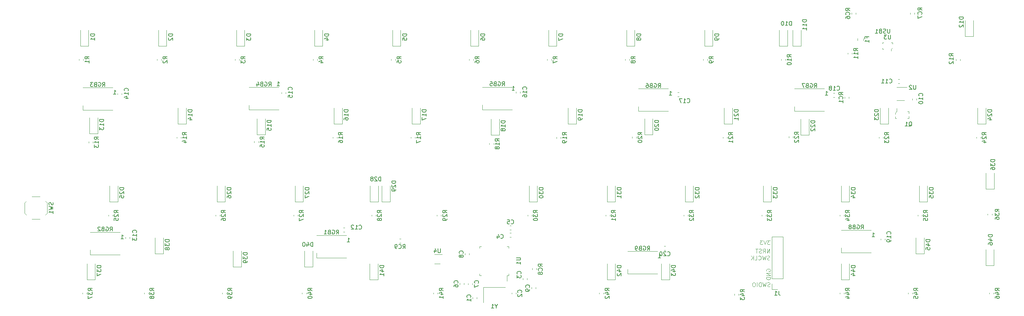
<source format=gbo>
G04 #@! TF.GenerationSoftware,KiCad,Pcbnew,5.1.5-52549c5~84~ubuntu16.04.1*
G04 #@! TF.CreationDate,2020-05-05T20:45:57-04:00*
G04 #@! TF.ProjectId,steamvan,73746561-6d76-4616-9e2e-6b696361645f,rev?*
G04 #@! TF.SameCoordinates,PX43ec160PY7dabae0*
G04 #@! TF.FileFunction,Legend,Bot*
G04 #@! TF.FilePolarity,Positive*
%FSLAX46Y46*%
G04 Gerber Fmt 4.6, Leading zero omitted, Abs format (unit mm)*
G04 Created by KiCad (PCBNEW 5.1.5-52549c5~84~ubuntu16.04.1) date 2020-05-05 20:45:57*
%MOMM*%
%LPD*%
G04 APERTURE LIST*
%ADD10C,0.125000*%
%ADD11C,0.120000*%
%ADD12C,0.100000*%
%ADD13C,0.150000*%
G04 APERTURE END LIST*
D10*
X185811847Y6453239D02*
X185668990Y6405620D01*
X185430895Y6405620D01*
X185335657Y6453239D01*
X185288038Y6500858D01*
X185240419Y6596096D01*
X185240419Y6691334D01*
X185288038Y6786572D01*
X185335657Y6834191D01*
X185430895Y6881810D01*
X185621371Y6929429D01*
X185716609Y6977048D01*
X185764228Y7024667D01*
X185811847Y7119905D01*
X185811847Y7215143D01*
X185764228Y7310381D01*
X185716609Y7358000D01*
X185621371Y7405620D01*
X185383276Y7405620D01*
X185240419Y7358000D01*
X184907085Y7405620D02*
X184668990Y6405620D01*
X184478514Y7119905D01*
X184288038Y6405620D01*
X184049942Y7405620D01*
X183668990Y6405620D02*
X183668990Y7405620D01*
X183430895Y7405620D01*
X183288038Y7358000D01*
X183192800Y7262762D01*
X183145180Y7167524D01*
X183097561Y6977048D01*
X183097561Y6834191D01*
X183145180Y6643715D01*
X183192800Y6548477D01*
X183288038Y6453239D01*
X183430895Y6405620D01*
X183668990Y6405620D01*
X182668990Y6405620D02*
X182668990Y7405620D01*
X182002323Y7405620D02*
X181811847Y7405620D01*
X181716609Y7358000D01*
X181621371Y7262762D01*
X181573752Y7072286D01*
X181573752Y6738953D01*
X181621371Y6548477D01*
X181716609Y6453239D01*
X181811847Y6405620D01*
X182002323Y6405620D01*
X182097561Y6453239D01*
X182192800Y6548477D01*
X182240419Y6738953D01*
X182240419Y7072286D01*
X182192800Y7262762D01*
X182097561Y7358000D01*
X182002323Y7405620D01*
X185021600Y10210705D02*
X184973980Y10305943D01*
X184973980Y10448800D01*
X185021600Y10591658D01*
X185116838Y10686896D01*
X185212076Y10734515D01*
X185402552Y10782134D01*
X185545409Y10782134D01*
X185735885Y10734515D01*
X185831123Y10686896D01*
X185926361Y10591658D01*
X185973980Y10448800D01*
X185973980Y10353562D01*
X185926361Y10210705D01*
X185878742Y10163086D01*
X185545409Y10163086D01*
X185545409Y10353562D01*
X185973980Y9734515D02*
X184973980Y9734515D01*
X185973980Y9163086D01*
X184973980Y9163086D01*
X185973980Y8686896D02*
X184973980Y8686896D01*
X184973980Y8448800D01*
X185021600Y8305943D01*
X185116838Y8210705D01*
X185212076Y8163086D01*
X185402552Y8115467D01*
X185545409Y8115467D01*
X185735885Y8163086D01*
X185831123Y8210705D01*
X185926361Y8305943D01*
X185973980Y8448800D01*
X185973980Y8686896D01*
X185751504Y13006439D02*
X185608647Y12958820D01*
X185370552Y12958820D01*
X185275314Y13006439D01*
X185227695Y13054058D01*
X185180076Y13149296D01*
X185180076Y13244534D01*
X185227695Y13339772D01*
X185275314Y13387391D01*
X185370552Y13435010D01*
X185561028Y13482629D01*
X185656266Y13530248D01*
X185703885Y13577867D01*
X185751504Y13673105D01*
X185751504Y13768343D01*
X185703885Y13863581D01*
X185656266Y13911200D01*
X185561028Y13958820D01*
X185322933Y13958820D01*
X185180076Y13911200D01*
X184846742Y13958820D02*
X184608647Y12958820D01*
X184418171Y13673105D01*
X184227695Y12958820D01*
X183989600Y13958820D01*
X183037219Y13054058D02*
X183084838Y13006439D01*
X183227695Y12958820D01*
X183322933Y12958820D01*
X183465790Y13006439D01*
X183561028Y13101677D01*
X183608647Y13196915D01*
X183656266Y13387391D01*
X183656266Y13530248D01*
X183608647Y13720724D01*
X183561028Y13815962D01*
X183465790Y13911200D01*
X183322933Y13958820D01*
X183227695Y13958820D01*
X183084838Y13911200D01*
X183037219Y13863581D01*
X182132457Y12958820D02*
X182608647Y12958820D01*
X182608647Y13958820D01*
X181799123Y12958820D02*
X181799123Y13958820D01*
X181227695Y12958820D02*
X181656266Y13530248D01*
X181227695Y13958820D02*
X181799123Y13387391D01*
X185742057Y14635220D02*
X185742057Y15635220D01*
X185170628Y14635220D01*
X185170628Y15635220D01*
X184123009Y14635220D02*
X184456342Y15111410D01*
X184694438Y14635220D02*
X184694438Y15635220D01*
X184313485Y15635220D01*
X184218247Y15587600D01*
X184170628Y15539981D01*
X184123009Y15444743D01*
X184123009Y15301886D01*
X184170628Y15206648D01*
X184218247Y15159029D01*
X184313485Y15111410D01*
X184694438Y15111410D01*
X183742057Y14682839D02*
X183599200Y14635220D01*
X183361104Y14635220D01*
X183265866Y14682839D01*
X183218247Y14730458D01*
X183170628Y14825696D01*
X183170628Y14920934D01*
X183218247Y15016172D01*
X183265866Y15063791D01*
X183361104Y15111410D01*
X183551580Y15159029D01*
X183646819Y15206648D01*
X183694438Y15254267D01*
X183742057Y15349505D01*
X183742057Y15444743D01*
X183694438Y15539981D01*
X183646819Y15587600D01*
X183551580Y15635220D01*
X183313485Y15635220D01*
X183170628Y15587600D01*
X182884914Y15635220D02*
X182313485Y15635220D01*
X182599200Y14635220D02*
X182599200Y15635220D01*
X185845295Y17718020D02*
X185226247Y17718020D01*
X185559580Y17337067D01*
X185416723Y17337067D01*
X185321485Y17289448D01*
X185273866Y17241829D01*
X185226247Y17146591D01*
X185226247Y16908496D01*
X185273866Y16813258D01*
X185321485Y16765639D01*
X185416723Y16718020D01*
X185702438Y16718020D01*
X185797676Y16765639D01*
X185845295Y16813258D01*
X184940533Y17718020D02*
X184607200Y16718020D01*
X184273866Y17718020D01*
X184035771Y17718020D02*
X183416723Y17718020D01*
X183750057Y17337067D01*
X183607200Y17337067D01*
X183511961Y17289448D01*
X183464342Y17241829D01*
X183416723Y17146591D01*
X183416723Y16908496D01*
X183464342Y16813258D01*
X183511961Y16765639D01*
X183607200Y16718020D01*
X183892914Y16718020D01*
X183988152Y16765639D01*
X184035771Y16813258D01*
D11*
X113268400Y3794979D02*
X113268400Y3469421D01*
X114288400Y3794979D02*
X114288400Y3469421D01*
X122832400Y4612421D02*
X122832400Y4937979D01*
X123852400Y4612421D02*
X123852400Y4937979D01*
X126499080Y8137941D02*
X126499080Y8463499D01*
X125479080Y8137941D02*
X125479080Y8463499D01*
X122616179Y18489200D02*
X122290621Y18489200D01*
X122616179Y19509200D02*
X122290621Y19509200D01*
X122616179Y21287200D02*
X122290621Y21287200D01*
X122616179Y20267200D02*
X122290621Y20267200D01*
X110132400Y7249479D02*
X110132400Y6923921D01*
X111152400Y7249479D02*
X111152400Y6923921D01*
X113184400Y7223979D02*
X113184400Y6898421D01*
X112164400Y7223979D02*
X112164400Y6898421D01*
X112422400Y14526479D02*
X112422400Y14200921D01*
X111402400Y14526479D02*
X111402400Y14200921D01*
X127627920Y6213059D02*
X127627920Y5887501D01*
X128647920Y6213059D02*
X128647920Y5887501D01*
X221591600Y52059621D02*
X221591600Y52385179D01*
X220571600Y52059621D02*
X220571600Y52385179D01*
X217108821Y57152000D02*
X217434379Y57152000D01*
X217108821Y56132000D02*
X217434379Y56132000D01*
X208634400Y66619622D02*
X208634400Y67136778D01*
X207214400Y66619622D02*
X207214400Y67136778D01*
X186325200Y18602000D02*
X188985200Y18602000D01*
X186325200Y8382000D02*
X186325200Y18602000D01*
X188985200Y8382000D02*
X188985200Y18602000D01*
X186325200Y8382000D02*
X188985200Y8382000D01*
X186325200Y7112000D02*
X186325200Y5782000D01*
X186325200Y5782000D02*
X187655200Y5782000D01*
D12*
X216434400Y48587400D02*
X216434400Y48862400D01*
X216434400Y48862400D02*
X216709400Y49237400D01*
X216709400Y49237400D02*
X216759400Y49237400D01*
X216759400Y49237400D02*
X216759400Y50012400D01*
X219734400Y48762400D02*
X219734400Y49237400D01*
X219734400Y49237400D02*
X219384400Y49237400D01*
X219509400Y47587400D02*
X219384400Y47587400D01*
X219434400Y47587400D02*
X219734400Y47587400D01*
X219734400Y47587400D02*
X219734400Y48037400D01*
X216434400Y47962400D02*
X216434400Y47587400D01*
X216434400Y47587400D02*
X216734400Y47587400D01*
D11*
X17168400Y61762421D02*
X17168400Y62087979D01*
X18188400Y61762421D02*
X18188400Y62087979D01*
X36218400Y61762421D02*
X36218400Y62087979D01*
X37238400Y61762421D02*
X37238400Y62087979D01*
X56288400Y61762421D02*
X56288400Y62087979D01*
X55268400Y61762421D02*
X55268400Y62087979D01*
X74318400Y61762421D02*
X74318400Y62087979D01*
X75338400Y61762421D02*
X75338400Y62087979D01*
X94388400Y61762421D02*
X94388400Y62087979D01*
X93368400Y61762421D02*
X93368400Y62087979D01*
X112418400Y61762421D02*
X112418400Y62087979D01*
X113438400Y61762421D02*
X113438400Y62087979D01*
X132488400Y61762421D02*
X132488400Y62087979D01*
X131468400Y61762421D02*
X131468400Y62087979D01*
X150518400Y61762421D02*
X150518400Y62087979D01*
X151538400Y61762421D02*
X151538400Y62087979D01*
X170588400Y61762421D02*
X170588400Y62087979D01*
X169568400Y61762421D02*
X169568400Y62087979D01*
X188618400Y61762421D02*
X188618400Y62087979D01*
X189638400Y61762421D02*
X189638400Y62087979D01*
X205894400Y63286421D02*
X205894400Y63611979D01*
X204874400Y63286421D02*
X204874400Y63611979D01*
X231290400Y61711621D02*
X231290400Y62037179D01*
X232310400Y61711621D02*
X232310400Y62037179D01*
X20525200Y41594821D02*
X20525200Y41920379D01*
X19505200Y41594821D02*
X19505200Y41920379D01*
X40980900Y42712421D02*
X40980900Y43037979D01*
X42000900Y42712421D02*
X42000900Y43037979D01*
X60962000Y41645621D02*
X60962000Y41971179D01*
X59942000Y41645621D02*
X59942000Y41971179D01*
X79080900Y42712421D02*
X79080900Y43037979D01*
X80100900Y42712421D02*
X80100900Y43037979D01*
X99150900Y42712421D02*
X99150900Y43037979D01*
X98130900Y42712421D02*
X98130900Y43037979D01*
X118366000Y41188421D02*
X118366000Y41513979D01*
X117346000Y41188421D02*
X117346000Y41513979D01*
X133754400Y42686921D02*
X133754400Y43012479D01*
X134774400Y42686921D02*
X134774400Y43012479D01*
X153214800Y42763221D02*
X153214800Y43088779D01*
X152194800Y42763221D02*
X152194800Y43088779D01*
X174330900Y42712421D02*
X174330900Y43037979D01*
X175350900Y42712421D02*
X175350900Y43037979D01*
X191467200Y42814021D02*
X191467200Y43139579D01*
X190447200Y42814021D02*
X190447200Y43139579D01*
X212430900Y42712421D02*
X212430900Y43037979D01*
X213450900Y42712421D02*
X213450900Y43037979D01*
X237263400Y42712421D02*
X237263400Y43037979D01*
X236243400Y42712421D02*
X236243400Y43037979D01*
X24312150Y23662421D02*
X24312150Y23987979D01*
X25332150Y23662421D02*
X25332150Y23987979D01*
X51525900Y23662421D02*
X51525900Y23987979D01*
X50505900Y23662421D02*
X50505900Y23987979D01*
X69555900Y23662421D02*
X69555900Y23987979D01*
X70575900Y23662421D02*
X70575900Y23987979D01*
X89625900Y23662421D02*
X89625900Y23987979D01*
X88605900Y23662421D02*
X88605900Y23987979D01*
X105564400Y23662421D02*
X105564400Y23987979D01*
X104544400Y23662421D02*
X104544400Y23987979D01*
X127725900Y23662421D02*
X127725900Y23987979D01*
X126705900Y23662421D02*
X126705900Y23987979D01*
X145755900Y23662421D02*
X145755900Y23987979D01*
X146775900Y23662421D02*
X146775900Y23987979D01*
X165825900Y23662421D02*
X165825900Y23987979D01*
X164805900Y23662421D02*
X164805900Y23987979D01*
X183855900Y23662421D02*
X183855900Y23987979D01*
X184875900Y23662421D02*
X184875900Y23987979D01*
X203925900Y23662421D02*
X203925900Y23987979D01*
X202905900Y23662421D02*
X202905900Y23987979D01*
X221955900Y23662421D02*
X221955900Y23987979D01*
X222975900Y23662421D02*
X222975900Y23987979D01*
X240032000Y23916421D02*
X240032000Y24241979D01*
X239012000Y23916421D02*
X239012000Y24241979D01*
X17962150Y4612421D02*
X17962150Y4937979D01*
X18982150Y4612421D02*
X18982150Y4937979D01*
X33043400Y4612421D02*
X33043400Y4937979D01*
X34063400Y4612421D02*
X34063400Y4937979D01*
X53113400Y4612421D02*
X53113400Y4937979D01*
X52093400Y4612421D02*
X52093400Y4937979D01*
X72646000Y4612421D02*
X72646000Y4937979D01*
X71626000Y4612421D02*
X71626000Y4937979D01*
X103687150Y4612421D02*
X103687150Y4937979D01*
X104707150Y4612421D02*
X104707150Y4937979D01*
X145188400Y4612421D02*
X145188400Y4937979D01*
X144168400Y4612421D02*
X144168400Y4937979D01*
X177188400Y4307621D02*
X177188400Y4633179D01*
X178208400Y4307621D02*
X178208400Y4633179D01*
X202905900Y4612421D02*
X202905900Y4937979D01*
X203925900Y4612421D02*
X203925900Y4937979D01*
X220594650Y4612421D02*
X220594650Y4937979D01*
X219574650Y4612421D02*
X219574650Y4937979D01*
X205132400Y52842479D02*
X205132400Y52516921D01*
X204112400Y52842479D02*
X204112400Y52516921D01*
X206808800Y73416379D02*
X206808800Y73090821D01*
X205788800Y73416379D02*
X205788800Y73090821D01*
X220063600Y73416379D02*
X220063600Y73090821D01*
X221083600Y73416379D02*
X221083600Y73090821D01*
X127785400Y10906979D02*
X127785400Y10581421D01*
X128805400Y10906979D02*
X128805400Y10581421D01*
X4304000Y23954000D02*
X3854000Y24404000D01*
X4304000Y27354000D02*
X3854000Y26904000D01*
X8904000Y27354000D02*
X9354000Y26904000D01*
X8904000Y23954000D02*
X9354000Y24404000D01*
X7604000Y28404000D02*
X5604000Y28404000D01*
X3854000Y24404000D02*
X3854000Y26904000D01*
X7604000Y22904000D02*
X5604000Y22904000D01*
X9354000Y24404000D02*
X9354000Y26904000D01*
X122044650Y16272700D02*
X121624650Y16272700D01*
X114924650Y16272700D02*
X115344650Y16272700D01*
X114924650Y9152700D02*
X115344650Y9152700D01*
X122044650Y9152700D02*
X122044650Y9572700D01*
X114924650Y16272700D02*
X114924650Y15852700D01*
X122044650Y16272700D02*
X122044650Y15852700D01*
X121624650Y9152700D02*
X121624650Y7772700D01*
X122044650Y9152700D02*
X121624650Y9152700D01*
X114924650Y9152700D02*
X114924650Y9572700D01*
X218628800Y51933200D02*
X216828800Y51933200D01*
X216828800Y55153200D02*
X219278800Y55153200D01*
D12*
X215753400Y64800200D02*
X215453400Y64475200D01*
X215453400Y64475200D02*
X215453400Y64075200D01*
X215453400Y66075200D02*
X215753400Y66075200D01*
X215753400Y66075200D02*
X215753400Y65775200D01*
X213578400Y64475200D02*
X213303400Y64475200D01*
X213303400Y64475200D02*
X213303400Y64725200D01*
X213603400Y66075200D02*
X213303400Y66075200D01*
X213303400Y66075200D02*
X213303400Y65850200D01*
D11*
X115866400Y2544200D02*
X115866400Y6244200D01*
X115866400Y6244200D02*
X121166400Y6244200D01*
X19472150Y65231450D02*
X17472150Y65231450D01*
X17472150Y65231450D02*
X17472150Y69131450D01*
X19472150Y65231450D02*
X19472150Y69131450D01*
X38522150Y65231450D02*
X38522150Y69131450D01*
X36522150Y65231450D02*
X36522150Y69131450D01*
X38522150Y65231450D02*
X36522150Y65231450D01*
X57572150Y65231450D02*
X55572150Y65231450D01*
X55572150Y65231450D02*
X55572150Y69131450D01*
X57572150Y65231450D02*
X57572150Y69131450D01*
X76622150Y65231450D02*
X74622150Y65231450D01*
X74622150Y65231450D02*
X74622150Y69131450D01*
X76622150Y65231450D02*
X76622150Y69131450D01*
X95672150Y65231450D02*
X95672150Y69131450D01*
X93672150Y65231450D02*
X93672150Y69131450D01*
X95672150Y65231450D02*
X93672150Y65231450D01*
X114722150Y65231450D02*
X112722150Y65231450D01*
X112722150Y65231450D02*
X112722150Y69131450D01*
X114722150Y65231450D02*
X114722150Y69131450D01*
X133772150Y65231450D02*
X133772150Y69131450D01*
X131772150Y65231450D02*
X131772150Y69131450D01*
X133772150Y65231450D02*
X131772150Y65231450D01*
X152822150Y65231450D02*
X150822150Y65231450D01*
X150822150Y65231450D02*
X150822150Y69131450D01*
X152822150Y65231450D02*
X152822150Y69131450D01*
X171872150Y65231450D02*
X171872150Y69131450D01*
X169872150Y65231450D02*
X169872150Y69131450D01*
X171872150Y65231450D02*
X169872150Y65231450D01*
X190128400Y65231450D02*
X190128400Y69131450D01*
X188128400Y65231450D02*
X188128400Y69131450D01*
X190128400Y65231450D02*
X188128400Y65231450D01*
X193430400Y65231180D02*
X191430400Y65231180D01*
X191430400Y65231180D02*
X191430400Y69131180D01*
X193430400Y65231180D02*
X193430400Y69131180D01*
X235492800Y67600000D02*
X233492800Y67600000D01*
X233492800Y67600000D02*
X233492800Y71500000D01*
X235492800Y67600000D02*
X235492800Y71500000D01*
X21675600Y43825600D02*
X21675600Y47725600D01*
X19675600Y43825600D02*
X19675600Y47725600D01*
X21675600Y43825600D02*
X19675600Y43825600D01*
X43284650Y46181450D02*
X43284650Y50081450D01*
X41284650Y46181450D02*
X41284650Y50081450D01*
X43284650Y46181450D02*
X41284650Y46181450D01*
X62569600Y43622400D02*
X60569600Y43622400D01*
X60569600Y43622400D02*
X60569600Y47522400D01*
X62569600Y43622400D02*
X62569600Y47522400D01*
X81384650Y46181450D02*
X79384650Y46181450D01*
X79384650Y46181450D02*
X79384650Y50081450D01*
X81384650Y46181450D02*
X81384650Y50081450D01*
X100434650Y46181450D02*
X100434650Y50081450D01*
X98434650Y46181450D02*
X98434650Y50081450D01*
X100434650Y46181450D02*
X98434650Y46181450D01*
X119719600Y43520800D02*
X117719600Y43520800D01*
X117719600Y43520800D02*
X117719600Y47420800D01*
X119719600Y43520800D02*
X119719600Y47420800D01*
X138534650Y46181450D02*
X138534650Y50081450D01*
X136534650Y46181450D02*
X136534650Y50081450D01*
X138534650Y46181450D02*
X136534650Y46181450D01*
X157210000Y43622400D02*
X155210000Y43622400D01*
X155210000Y43622400D02*
X155210000Y47522400D01*
X157210000Y43622400D02*
X157210000Y47522400D01*
X176634650Y46181450D02*
X176634650Y50081450D01*
X174634650Y46181450D02*
X174634650Y50081450D01*
X176634650Y46181450D02*
X174634650Y46181450D01*
X195360800Y43520800D02*
X195360800Y47420800D01*
X193360800Y43520800D02*
X193360800Y47420800D01*
X195360800Y43520800D02*
X193360800Y43520800D01*
X214734650Y46181450D02*
X214734650Y50081450D01*
X212734650Y46181450D02*
X212734650Y50081450D01*
X214734650Y46181450D02*
X212734650Y46181450D01*
X238547150Y46181450D02*
X238547150Y50081450D01*
X236547150Y46181450D02*
X236547150Y50081450D01*
X238547150Y46181450D02*
X236547150Y46181450D01*
X26615900Y27131450D02*
X26615900Y31031450D01*
X24615900Y27131450D02*
X24615900Y31031450D01*
X26615900Y27131450D02*
X24615900Y27131450D01*
X52809650Y27131450D02*
X50809650Y27131450D01*
X50809650Y27131450D02*
X50809650Y31031450D01*
X52809650Y27131450D02*
X52809650Y31031450D01*
X71859650Y27131450D02*
X71859650Y31031450D01*
X69859650Y27131450D02*
X69859650Y31031450D01*
X71859650Y27131450D02*
X69859650Y27131450D01*
X90179400Y27163200D02*
X88179400Y27163200D01*
X88179400Y27163200D02*
X88179400Y31063200D01*
X90179400Y27163200D02*
X90179400Y31063200D01*
X93100400Y27163200D02*
X93100400Y31063200D01*
X91100400Y27163200D02*
X91100400Y31063200D01*
X93100400Y27163200D02*
X91100400Y27163200D01*
X129009650Y27131450D02*
X127009650Y27131450D01*
X127009650Y27131450D02*
X127009650Y31031450D01*
X129009650Y27131450D02*
X129009650Y31031450D01*
X148059650Y27131450D02*
X148059650Y31031450D01*
X146059650Y27131450D02*
X146059650Y31031450D01*
X148059650Y27131450D02*
X146059650Y27131450D01*
X167109650Y27131450D02*
X165109650Y27131450D01*
X165109650Y27131450D02*
X165109650Y31031450D01*
X167109650Y27131450D02*
X167109650Y31031450D01*
X186159650Y27131450D02*
X186159650Y31031450D01*
X184159650Y27131450D02*
X184159650Y31031450D01*
X186159650Y27131450D02*
X184159650Y27131450D01*
X205209650Y27131450D02*
X203209650Y27131450D01*
X203209650Y27131450D02*
X203209650Y31031450D01*
X205209650Y27131450D02*
X205209650Y31031450D01*
X224259650Y27131450D02*
X224259650Y31031450D01*
X222259650Y27131450D02*
X222259650Y31031450D01*
X224259650Y27131450D02*
X222259650Y27131450D01*
X240572800Y30262000D02*
X238572800Y30262000D01*
X238572800Y30262000D02*
X238572800Y34162000D01*
X240572800Y30262000D02*
X240572800Y34162000D01*
X21059650Y8081450D02*
X21059650Y11981450D01*
X19059650Y8081450D02*
X19059650Y11981450D01*
X21059650Y8081450D02*
X19059650Y8081450D01*
X37728400Y14431450D02*
X35728400Y14431450D01*
X35728400Y14431450D02*
X35728400Y18331450D01*
X37728400Y14431450D02*
X37728400Y18331450D01*
X56778400Y11256450D02*
X56778400Y15156450D01*
X54778400Y11256450D02*
X54778400Y15156450D01*
X56778400Y11256450D02*
X54778400Y11256450D01*
X74177400Y11237400D02*
X72177400Y11237400D01*
X72177400Y11237400D02*
X72177400Y15137400D01*
X74177400Y11237400D02*
X74177400Y15137400D01*
X90115900Y8081450D02*
X90115900Y11981450D01*
X88115900Y8081450D02*
X88115900Y11981450D01*
X90115900Y8081450D02*
X88115900Y8081450D01*
X148059650Y8081450D02*
X146059650Y8081450D01*
X146059650Y8081450D02*
X146059650Y11981450D01*
X148059650Y8081450D02*
X148059650Y11981450D01*
X161299400Y8113200D02*
X161299400Y12013200D01*
X159299400Y8113200D02*
X159299400Y12013200D01*
X161299400Y8113200D02*
X159299400Y8113200D01*
X205209650Y8081450D02*
X203209650Y8081450D01*
X203209650Y8081450D02*
X203209650Y11981450D01*
X205209650Y8081450D02*
X205209650Y11981450D01*
X223465900Y14431450D02*
X223465900Y18331450D01*
X221465900Y14431450D02*
X221465900Y18331450D01*
X223465900Y14431450D02*
X221465900Y14431450D01*
X240522000Y11567600D02*
X238522000Y11567600D01*
X238522000Y11567600D02*
X238522000Y15467600D01*
X240522000Y11567600D02*
X240522000Y15467600D01*
X240438400Y4612421D02*
X240438400Y4937979D01*
X239418400Y4612421D02*
X239418400Y4937979D01*
X81650621Y19759200D02*
X81976179Y19759200D01*
X81650621Y20779200D02*
X81976179Y20779200D01*
X28471400Y18526979D02*
X28471400Y18201421D01*
X29491400Y18526979D02*
X29491400Y18201421D01*
X27586400Y53705979D02*
X27586400Y53380421D01*
X26566400Y53705979D02*
X26566400Y53380421D01*
X66571400Y53959979D02*
X66571400Y53634421D01*
X67591400Y53959979D02*
X67591400Y53634421D01*
X124868400Y54086979D02*
X124868400Y53761421D01*
X123848400Y54086979D02*
X123848400Y53761421D01*
X163311621Y52880800D02*
X163637179Y52880800D01*
X163311621Y53900800D02*
X163637179Y53900800D01*
X201310021Y53748400D02*
X201635579Y53748400D01*
X201310021Y52728400D02*
X201635579Y52728400D01*
X212875400Y18145979D02*
X212875400Y17820421D01*
X213895400Y18145979D02*
X213895400Y17820421D01*
X160009621Y16334200D02*
X160335179Y16334200D01*
X160009621Y15314200D02*
X160335179Y15314200D01*
X95366621Y17092200D02*
X95692179Y17092200D01*
X95366621Y18112200D02*
X95692179Y18112200D01*
X75115400Y13455200D02*
X75115400Y14605200D01*
X82415400Y13455200D02*
X75115400Y13455200D01*
X82415400Y18955200D02*
X75115400Y18955200D01*
X19870400Y14217200D02*
X19870400Y15367200D01*
X27170400Y14217200D02*
X19870400Y14217200D01*
X27170400Y19717200D02*
X19870400Y19717200D01*
X25341600Y55074000D02*
X18041600Y55074000D01*
X25341600Y49574000D02*
X18041600Y49574000D01*
X18041600Y49574000D02*
X18041600Y50724000D01*
X65930800Y55175600D02*
X58630800Y55175600D01*
X65930800Y49675600D02*
X58630800Y49675600D01*
X58630800Y49675600D02*
X58630800Y50825600D01*
X115628400Y49726400D02*
X115628400Y50876400D01*
X122928400Y49726400D02*
X115628400Y49726400D01*
X122928400Y55226400D02*
X115628400Y55226400D01*
X161028400Y54820000D02*
X153728400Y54820000D01*
X161028400Y49320000D02*
X153728400Y49320000D01*
X153728400Y49320000D02*
X153728400Y50470000D01*
X191828400Y49320000D02*
X191828400Y50470000D01*
X199128400Y49320000D02*
X191828400Y49320000D01*
X199128400Y54820000D02*
X191828400Y54820000D01*
X203258400Y14725200D02*
X203258400Y15875200D01*
X210558400Y14725200D02*
X203258400Y14725200D01*
X210558400Y20225200D02*
X203258400Y20225200D01*
X158361400Y15018200D02*
X151061400Y15018200D01*
X158361400Y9518200D02*
X151061400Y9518200D01*
X151061400Y9518200D02*
X151061400Y10668200D01*
X103912400Y14317200D02*
X105812400Y14317200D01*
X105312400Y11997200D02*
X103912400Y11997200D01*
D13*
X215100495Y69426820D02*
X215100495Y68617296D01*
X215052876Y68522058D01*
X215005257Y68474439D01*
X214910019Y68426820D01*
X214719542Y68426820D01*
X214624304Y68474439D01*
X214576685Y68522058D01*
X214529066Y68617296D01*
X214529066Y69426820D01*
X214100495Y68474439D02*
X213957638Y68426820D01*
X213719542Y68426820D01*
X213624304Y68474439D01*
X213576685Y68522058D01*
X213529066Y68617296D01*
X213529066Y68712534D01*
X213576685Y68807772D01*
X213624304Y68855391D01*
X213719542Y68903010D01*
X213910019Y68950629D01*
X214005257Y68998248D01*
X214052876Y69045867D01*
X214100495Y69141105D01*
X214100495Y69236343D01*
X214052876Y69331581D01*
X214005257Y69379200D01*
X213910019Y69426820D01*
X213671923Y69426820D01*
X213529066Y69379200D01*
X212767161Y68950629D02*
X212624304Y68903010D01*
X212576685Y68855391D01*
X212529066Y68760153D01*
X212529066Y68617296D01*
X212576685Y68522058D01*
X212624304Y68474439D01*
X212719542Y68426820D01*
X213100495Y68426820D01*
X213100495Y69426820D01*
X212767161Y69426820D01*
X212671923Y69379200D01*
X212624304Y69331581D01*
X212576685Y69236343D01*
X212576685Y69141105D01*
X212624304Y69045867D01*
X212671923Y68998248D01*
X212767161Y68950629D01*
X213100495Y68950629D01*
X211576685Y68426820D02*
X212148114Y68426820D01*
X211862400Y68426820D02*
X211862400Y69426820D01*
X211957638Y69283962D01*
X212052876Y69188724D01*
X212148114Y69141105D01*
X112705542Y3798867D02*
X112753161Y3846486D01*
X112800780Y3989343D01*
X112800780Y4084581D01*
X112753161Y4227439D01*
X112657923Y4322677D01*
X112562685Y4370296D01*
X112372209Y4417915D01*
X112229352Y4417915D01*
X112038876Y4370296D01*
X111943638Y4322677D01*
X111848400Y4227439D01*
X111800780Y4084581D01*
X111800780Y3989343D01*
X111848400Y3846486D01*
X111896019Y3798867D01*
X112800780Y2846486D02*
X112800780Y3417915D01*
X112800780Y3132200D02*
X111800780Y3132200D01*
X111943638Y3227439D01*
X112038876Y3322677D01*
X112086495Y3417915D01*
X125129542Y4941867D02*
X125177161Y4989486D01*
X125224780Y5132343D01*
X125224780Y5227581D01*
X125177161Y5370439D01*
X125081923Y5465677D01*
X124986685Y5513296D01*
X124796209Y5560915D01*
X124653352Y5560915D01*
X124462876Y5513296D01*
X124367638Y5465677D01*
X124272400Y5370439D01*
X124224780Y5227581D01*
X124224780Y5132343D01*
X124272400Y4989486D01*
X124320019Y4941867D01*
X124320019Y4560915D02*
X124272400Y4513296D01*
X124224780Y4418058D01*
X124224780Y4179962D01*
X124272400Y4084724D01*
X124320019Y4037105D01*
X124415257Y3989486D01*
X124510495Y3989486D01*
X124653352Y4037105D01*
X125224780Y4608534D01*
X125224780Y3989486D01*
X124969542Y9513867D02*
X125017161Y9561486D01*
X125064780Y9704343D01*
X125064780Y9799581D01*
X125017161Y9942439D01*
X124921923Y10037677D01*
X124826685Y10085296D01*
X124636209Y10132915D01*
X124493352Y10132915D01*
X124302876Y10085296D01*
X124207638Y10037677D01*
X124112400Y9942439D01*
X124064780Y9799581D01*
X124064780Y9704343D01*
X124112400Y9561486D01*
X124160019Y9513867D01*
X124064780Y9180534D02*
X124064780Y8561486D01*
X124445733Y8894820D01*
X124445733Y8751962D01*
X124493352Y8656724D01*
X124540971Y8609105D01*
X124636209Y8561486D01*
X124874304Y8561486D01*
X124969542Y8609105D01*
X125017161Y8656724D01*
X125064780Y8751962D01*
X125064780Y9037677D01*
X125017161Y9132915D01*
X124969542Y9180534D01*
X120105466Y18286458D02*
X120153085Y18238839D01*
X120295942Y18191220D01*
X120391180Y18191220D01*
X120534038Y18238839D01*
X120629276Y18334077D01*
X120676895Y18429315D01*
X120724514Y18619791D01*
X120724514Y18762648D01*
X120676895Y18953124D01*
X120629276Y19048362D01*
X120534038Y19143600D01*
X120391180Y19191220D01*
X120295942Y19191220D01*
X120153085Y19143600D01*
X120105466Y19095981D01*
X119248323Y18857886D02*
X119248323Y18191220D01*
X119486419Y19238839D02*
X119724514Y18524553D01*
X119105466Y18524553D01*
X122620066Y21850058D02*
X122667685Y21802439D01*
X122810542Y21754820D01*
X122905780Y21754820D01*
X123048638Y21802439D01*
X123143876Y21897677D01*
X123191495Y21992915D01*
X123239114Y22183391D01*
X123239114Y22326248D01*
X123191495Y22516724D01*
X123143876Y22611962D01*
X123048638Y22707200D01*
X122905780Y22754820D01*
X122810542Y22754820D01*
X122667685Y22707200D01*
X122620066Y22659581D01*
X121715304Y22754820D02*
X122191495Y22754820D01*
X122239114Y22278629D01*
X122191495Y22326248D01*
X122096257Y22373867D01*
X121858161Y22373867D01*
X121762923Y22326248D01*
X121715304Y22278629D01*
X121667685Y22183391D01*
X121667685Y21945296D01*
X121715304Y21850058D01*
X121762923Y21802439D01*
X121858161Y21754820D01*
X122096257Y21754820D01*
X122191495Y21802439D01*
X122239114Y21850058D01*
X109569542Y7253367D02*
X109617161Y7300986D01*
X109664780Y7443843D01*
X109664780Y7539081D01*
X109617161Y7681939D01*
X109521923Y7777177D01*
X109426685Y7824796D01*
X109236209Y7872415D01*
X109093352Y7872415D01*
X108902876Y7824796D01*
X108807638Y7777177D01*
X108712400Y7681939D01*
X108664780Y7539081D01*
X108664780Y7443843D01*
X108712400Y7300986D01*
X108760019Y7253367D01*
X108664780Y6396224D02*
X108664780Y6586700D01*
X108712400Y6681939D01*
X108760019Y6729558D01*
X108902876Y6824796D01*
X109093352Y6872415D01*
X109474304Y6872415D01*
X109569542Y6824796D01*
X109617161Y6777177D01*
X109664780Y6681939D01*
X109664780Y6491462D01*
X109617161Y6396224D01*
X109569542Y6348605D01*
X109474304Y6300986D01*
X109236209Y6300986D01*
X109140971Y6348605D01*
X109093352Y6396224D01*
X109045733Y6491462D01*
X109045733Y6681939D01*
X109093352Y6777177D01*
X109140971Y6824796D01*
X109236209Y6872415D01*
X114606342Y7278667D02*
X114653961Y7326286D01*
X114701580Y7469143D01*
X114701580Y7564381D01*
X114653961Y7707239D01*
X114558723Y7802477D01*
X114463485Y7850096D01*
X114273009Y7897715D01*
X114130152Y7897715D01*
X113939676Y7850096D01*
X113844438Y7802477D01*
X113749200Y7707239D01*
X113701580Y7564381D01*
X113701580Y7469143D01*
X113749200Y7326286D01*
X113796819Y7278667D01*
X113701580Y6945334D02*
X113701580Y6278667D01*
X114701580Y6707239D01*
X110839542Y14530367D02*
X110887161Y14577986D01*
X110934780Y14720843D01*
X110934780Y14816081D01*
X110887161Y14958939D01*
X110791923Y15054177D01*
X110696685Y15101796D01*
X110506209Y15149415D01*
X110363352Y15149415D01*
X110172876Y15101796D01*
X110077638Y15054177D01*
X109982400Y14958939D01*
X109934780Y14816081D01*
X109934780Y14720843D01*
X109982400Y14577986D01*
X110030019Y14530367D01*
X110363352Y13958939D02*
X110315733Y14054177D01*
X110268114Y14101796D01*
X110172876Y14149415D01*
X110125257Y14149415D01*
X110030019Y14101796D01*
X109982400Y14054177D01*
X109934780Y13958939D01*
X109934780Y13768462D01*
X109982400Y13673224D01*
X110030019Y13625605D01*
X110125257Y13577986D01*
X110172876Y13577986D01*
X110268114Y13625605D01*
X110315733Y13673224D01*
X110363352Y13768462D01*
X110363352Y13958939D01*
X110410971Y14054177D01*
X110458590Y14101796D01*
X110553828Y14149415D01*
X110744304Y14149415D01*
X110839542Y14101796D01*
X110887161Y14054177D01*
X110934780Y13958939D01*
X110934780Y13768462D01*
X110887161Y13673224D01*
X110839542Y13625605D01*
X110744304Y13577986D01*
X110553828Y13577986D01*
X110458590Y13625605D01*
X110410971Y13673224D01*
X110363352Y13768462D01*
X127065062Y6216947D02*
X127112681Y6264566D01*
X127160300Y6407423D01*
X127160300Y6502661D01*
X127112681Y6645519D01*
X127017443Y6740757D01*
X126922205Y6788376D01*
X126731729Y6835995D01*
X126588872Y6835995D01*
X126398396Y6788376D01*
X126303158Y6740757D01*
X126207920Y6645519D01*
X126160300Y6502661D01*
X126160300Y6407423D01*
X126207920Y6264566D01*
X126255539Y6216947D01*
X127160300Y5740757D02*
X127160300Y5550280D01*
X127112681Y5455042D01*
X127065062Y5407423D01*
X126922205Y5312185D01*
X126731729Y5264566D01*
X126350777Y5264566D01*
X126255539Y5312185D01*
X126207920Y5359804D01*
X126160300Y5455042D01*
X126160300Y5645519D01*
X126207920Y5740757D01*
X126255539Y5788376D01*
X126350777Y5835995D01*
X126588872Y5835995D01*
X126684110Y5788376D01*
X126731729Y5740757D01*
X126779348Y5645519D01*
X126779348Y5455042D01*
X126731729Y5359804D01*
X126684110Y5312185D01*
X126588872Y5264566D01*
X223064342Y53068458D02*
X223111961Y53116077D01*
X223159580Y53258934D01*
X223159580Y53354172D01*
X223111961Y53497029D01*
X223016723Y53592267D01*
X222921485Y53639886D01*
X222731009Y53687505D01*
X222588152Y53687505D01*
X222397676Y53639886D01*
X222302438Y53592267D01*
X222207200Y53497029D01*
X222159580Y53354172D01*
X222159580Y53258934D01*
X222207200Y53116077D01*
X222254819Y53068458D01*
X223159580Y52116077D02*
X223159580Y52687505D01*
X223159580Y52401791D02*
X222159580Y52401791D01*
X222302438Y52497029D01*
X222397676Y52592267D01*
X222445295Y52687505D01*
X222159580Y51497029D02*
X222159580Y51401791D01*
X222207200Y51306553D01*
X222254819Y51258934D01*
X222350057Y51211315D01*
X222540533Y51163696D01*
X222778628Y51163696D01*
X222969104Y51211315D01*
X223064342Y51258934D01*
X223111961Y51306553D01*
X223159580Y51401791D01*
X223159580Y51497029D01*
X223111961Y51592267D01*
X223064342Y51639886D01*
X222969104Y51687505D01*
X222778628Y51735124D01*
X222540533Y51735124D01*
X222350057Y51687505D01*
X222254819Y51639886D01*
X222207200Y51592267D01*
X222159580Y51497029D01*
X214999757Y56309258D02*
X215047376Y56261639D01*
X215190233Y56214020D01*
X215285471Y56214020D01*
X215428328Y56261639D01*
X215523566Y56356877D01*
X215571185Y56452115D01*
X215618804Y56642591D01*
X215618804Y56785448D01*
X215571185Y56975924D01*
X215523566Y57071162D01*
X215428328Y57166400D01*
X215285471Y57214020D01*
X215190233Y57214020D01*
X215047376Y57166400D01*
X214999757Y57118781D01*
X214047376Y56214020D02*
X214618804Y56214020D01*
X214333090Y56214020D02*
X214333090Y57214020D01*
X214428328Y57071162D01*
X214523566Y56975924D01*
X214618804Y56928305D01*
X213094995Y56214020D02*
X213666423Y56214020D01*
X213380709Y56214020D02*
X213380709Y57214020D01*
X213475947Y57071162D01*
X213571185Y56975924D01*
X213666423Y56928305D01*
X209502971Y67211534D02*
X209502971Y67544867D01*
X210026780Y67544867D02*
X209026780Y67544867D01*
X209026780Y67068677D01*
X210026780Y66163915D02*
X210026780Y66735343D01*
X210026780Y66449629D02*
X209026780Y66449629D01*
X209169638Y66544867D01*
X209264876Y66640105D01*
X209312495Y66735343D01*
X187988533Y5329620D02*
X187988533Y4615334D01*
X188036152Y4472477D01*
X188131390Y4377239D01*
X188274247Y4329620D01*
X188369485Y4329620D01*
X186988533Y4329620D02*
X187559961Y4329620D01*
X187274247Y4329620D02*
X187274247Y5329620D01*
X187369485Y5186762D01*
X187464723Y5091524D01*
X187559961Y5043905D01*
X219754438Y45629581D02*
X219849676Y45677200D01*
X219944914Y45772439D01*
X220087771Y45915296D01*
X220183009Y45962915D01*
X220278247Y45962915D01*
X220230628Y45724820D02*
X220325866Y45772439D01*
X220421104Y45867677D01*
X220468723Y46058153D01*
X220468723Y46391486D01*
X220421104Y46581962D01*
X220325866Y46677200D01*
X220230628Y46724820D01*
X220040152Y46724820D01*
X219944914Y46677200D01*
X219849676Y46581962D01*
X219802057Y46391486D01*
X219802057Y46058153D01*
X219849676Y45867677D01*
X219944914Y45772439D01*
X220040152Y45724820D01*
X220230628Y45724820D01*
X218849676Y45724820D02*
X219421104Y45724820D01*
X219135390Y45724820D02*
X219135390Y46724820D01*
X219230628Y46581962D01*
X219325866Y46486724D01*
X219421104Y46439105D01*
X19560780Y62091867D02*
X19084590Y62425200D01*
X19560780Y62663296D02*
X18560780Y62663296D01*
X18560780Y62282343D01*
X18608400Y62187105D01*
X18656019Y62139486D01*
X18751257Y62091867D01*
X18894114Y62091867D01*
X18989352Y62139486D01*
X19036971Y62187105D01*
X19084590Y62282343D01*
X19084590Y62663296D01*
X19560780Y61139486D02*
X19560780Y61710915D01*
X19560780Y61425200D02*
X18560780Y61425200D01*
X18703638Y61520439D01*
X18798876Y61615677D01*
X18846495Y61710915D01*
X38610780Y62091867D02*
X38134590Y62425200D01*
X38610780Y62663296D02*
X37610780Y62663296D01*
X37610780Y62282343D01*
X37658400Y62187105D01*
X37706019Y62139486D01*
X37801257Y62091867D01*
X37944114Y62091867D01*
X38039352Y62139486D01*
X38086971Y62187105D01*
X38134590Y62282343D01*
X38134590Y62663296D01*
X37706019Y61710915D02*
X37658400Y61663296D01*
X37610780Y61568058D01*
X37610780Y61329962D01*
X37658400Y61234724D01*
X37706019Y61187105D01*
X37801257Y61139486D01*
X37896495Y61139486D01*
X38039352Y61187105D01*
X38610780Y61758534D01*
X38610780Y61139486D01*
X57660780Y62091867D02*
X57184590Y62425200D01*
X57660780Y62663296D02*
X56660780Y62663296D01*
X56660780Y62282343D01*
X56708400Y62187105D01*
X56756019Y62139486D01*
X56851257Y62091867D01*
X56994114Y62091867D01*
X57089352Y62139486D01*
X57136971Y62187105D01*
X57184590Y62282343D01*
X57184590Y62663296D01*
X56660780Y61758534D02*
X56660780Y61139486D01*
X57041733Y61472820D01*
X57041733Y61329962D01*
X57089352Y61234724D01*
X57136971Y61187105D01*
X57232209Y61139486D01*
X57470304Y61139486D01*
X57565542Y61187105D01*
X57613161Y61234724D01*
X57660780Y61329962D01*
X57660780Y61615677D01*
X57613161Y61710915D01*
X57565542Y61758534D01*
X76710780Y62091867D02*
X76234590Y62425200D01*
X76710780Y62663296D02*
X75710780Y62663296D01*
X75710780Y62282343D01*
X75758400Y62187105D01*
X75806019Y62139486D01*
X75901257Y62091867D01*
X76044114Y62091867D01*
X76139352Y62139486D01*
X76186971Y62187105D01*
X76234590Y62282343D01*
X76234590Y62663296D01*
X76044114Y61234724D02*
X76710780Y61234724D01*
X75663161Y61472820D02*
X76377447Y61710915D01*
X76377447Y61091867D01*
X95760780Y62091867D02*
X95284590Y62425200D01*
X95760780Y62663296D02*
X94760780Y62663296D01*
X94760780Y62282343D01*
X94808400Y62187105D01*
X94856019Y62139486D01*
X94951257Y62091867D01*
X95094114Y62091867D01*
X95189352Y62139486D01*
X95236971Y62187105D01*
X95284590Y62282343D01*
X95284590Y62663296D01*
X94760780Y61187105D02*
X94760780Y61663296D01*
X95236971Y61710915D01*
X95189352Y61663296D01*
X95141733Y61568058D01*
X95141733Y61329962D01*
X95189352Y61234724D01*
X95236971Y61187105D01*
X95332209Y61139486D01*
X95570304Y61139486D01*
X95665542Y61187105D01*
X95713161Y61234724D01*
X95760780Y61329962D01*
X95760780Y61568058D01*
X95713161Y61663296D01*
X95665542Y61710915D01*
X114810780Y62091867D02*
X114334590Y62425200D01*
X114810780Y62663296D02*
X113810780Y62663296D01*
X113810780Y62282343D01*
X113858400Y62187105D01*
X113906019Y62139486D01*
X114001257Y62091867D01*
X114144114Y62091867D01*
X114239352Y62139486D01*
X114286971Y62187105D01*
X114334590Y62282343D01*
X114334590Y62663296D01*
X113810780Y61234724D02*
X113810780Y61425200D01*
X113858400Y61520439D01*
X113906019Y61568058D01*
X114048876Y61663296D01*
X114239352Y61710915D01*
X114620304Y61710915D01*
X114715542Y61663296D01*
X114763161Y61615677D01*
X114810780Y61520439D01*
X114810780Y61329962D01*
X114763161Y61234724D01*
X114715542Y61187105D01*
X114620304Y61139486D01*
X114382209Y61139486D01*
X114286971Y61187105D01*
X114239352Y61234724D01*
X114191733Y61329962D01*
X114191733Y61520439D01*
X114239352Y61615677D01*
X114286971Y61663296D01*
X114382209Y61710915D01*
X133860780Y62091867D02*
X133384590Y62425200D01*
X133860780Y62663296D02*
X132860780Y62663296D01*
X132860780Y62282343D01*
X132908400Y62187105D01*
X132956019Y62139486D01*
X133051257Y62091867D01*
X133194114Y62091867D01*
X133289352Y62139486D01*
X133336971Y62187105D01*
X133384590Y62282343D01*
X133384590Y62663296D01*
X132860780Y61758534D02*
X132860780Y61091867D01*
X133860780Y61520439D01*
X152910780Y62091867D02*
X152434590Y62425200D01*
X152910780Y62663296D02*
X151910780Y62663296D01*
X151910780Y62282343D01*
X151958400Y62187105D01*
X152006019Y62139486D01*
X152101257Y62091867D01*
X152244114Y62091867D01*
X152339352Y62139486D01*
X152386971Y62187105D01*
X152434590Y62282343D01*
X152434590Y62663296D01*
X152339352Y61520439D02*
X152291733Y61615677D01*
X152244114Y61663296D01*
X152148876Y61710915D01*
X152101257Y61710915D01*
X152006019Y61663296D01*
X151958400Y61615677D01*
X151910780Y61520439D01*
X151910780Y61329962D01*
X151958400Y61234724D01*
X152006019Y61187105D01*
X152101257Y61139486D01*
X152148876Y61139486D01*
X152244114Y61187105D01*
X152291733Y61234724D01*
X152339352Y61329962D01*
X152339352Y61520439D01*
X152386971Y61615677D01*
X152434590Y61663296D01*
X152529828Y61710915D01*
X152720304Y61710915D01*
X152815542Y61663296D01*
X152863161Y61615677D01*
X152910780Y61520439D01*
X152910780Y61329962D01*
X152863161Y61234724D01*
X152815542Y61187105D01*
X152720304Y61139486D01*
X152529828Y61139486D01*
X152434590Y61187105D01*
X152386971Y61234724D01*
X152339352Y61329962D01*
X171960780Y62091867D02*
X171484590Y62425200D01*
X171960780Y62663296D02*
X170960780Y62663296D01*
X170960780Y62282343D01*
X171008400Y62187105D01*
X171056019Y62139486D01*
X171151257Y62091867D01*
X171294114Y62091867D01*
X171389352Y62139486D01*
X171436971Y62187105D01*
X171484590Y62282343D01*
X171484590Y62663296D01*
X171960780Y61615677D02*
X171960780Y61425200D01*
X171913161Y61329962D01*
X171865542Y61282343D01*
X171722685Y61187105D01*
X171532209Y61139486D01*
X171151257Y61139486D01*
X171056019Y61187105D01*
X171008400Y61234724D01*
X170960780Y61329962D01*
X170960780Y61520439D01*
X171008400Y61615677D01*
X171056019Y61663296D01*
X171151257Y61710915D01*
X171389352Y61710915D01*
X171484590Y61663296D01*
X171532209Y61615677D01*
X171579828Y61520439D01*
X171579828Y61329962D01*
X171532209Y61234724D01*
X171484590Y61187105D01*
X171389352Y61139486D01*
X191010780Y62568058D02*
X190534590Y62901391D01*
X191010780Y63139486D02*
X190010780Y63139486D01*
X190010780Y62758534D01*
X190058400Y62663296D01*
X190106019Y62615677D01*
X190201257Y62568058D01*
X190344114Y62568058D01*
X190439352Y62615677D01*
X190486971Y62663296D01*
X190534590Y62758534D01*
X190534590Y63139486D01*
X191010780Y61615677D02*
X191010780Y62187105D01*
X191010780Y61901391D02*
X190010780Y61901391D01*
X190153638Y61996629D01*
X190248876Y62091867D01*
X190296495Y62187105D01*
X190010780Y60996629D02*
X190010780Y60901391D01*
X190058400Y60806153D01*
X190106019Y60758534D01*
X190201257Y60710915D01*
X190391733Y60663296D01*
X190629828Y60663296D01*
X190820304Y60710915D01*
X190915542Y60758534D01*
X190963161Y60806153D01*
X191010780Y60901391D01*
X191010780Y60996629D01*
X190963161Y61091867D01*
X190915542Y61139486D01*
X190820304Y61187105D01*
X190629828Y61234724D01*
X190391733Y61234724D01*
X190201257Y61187105D01*
X190106019Y61139486D01*
X190058400Y61091867D01*
X190010780Y60996629D01*
X207266780Y64092058D02*
X206790590Y64425391D01*
X207266780Y64663486D02*
X206266780Y64663486D01*
X206266780Y64282534D01*
X206314400Y64187296D01*
X206362019Y64139677D01*
X206457257Y64092058D01*
X206600114Y64092058D01*
X206695352Y64139677D01*
X206742971Y64187296D01*
X206790590Y64282534D01*
X206790590Y64663486D01*
X207266780Y63139677D02*
X207266780Y63711105D01*
X207266780Y63425391D02*
X206266780Y63425391D01*
X206409638Y63520629D01*
X206504876Y63615867D01*
X206552495Y63711105D01*
X207266780Y62187296D02*
X207266780Y62758724D01*
X207266780Y62473010D02*
X206266780Y62473010D01*
X206409638Y62568248D01*
X206504876Y62663486D01*
X206552495Y62758724D01*
X230595430Y62822058D02*
X230119240Y63155391D01*
X230595430Y63393486D02*
X229595430Y63393486D01*
X229595430Y63012534D01*
X229643050Y62917296D01*
X229690669Y62869677D01*
X229785907Y62822058D01*
X229928764Y62822058D01*
X230024002Y62869677D01*
X230071621Y62917296D01*
X230119240Y63012534D01*
X230119240Y63393486D01*
X230595430Y61869677D02*
X230595430Y62441105D01*
X230595430Y62155391D02*
X229595430Y62155391D01*
X229738288Y62250629D01*
X229833526Y62345867D01*
X229881145Y62441105D01*
X229690669Y61488724D02*
X229643050Y61441105D01*
X229595430Y61345867D01*
X229595430Y61107772D01*
X229643050Y61012534D01*
X229690669Y60964915D01*
X229785907Y60917296D01*
X229881145Y60917296D01*
X230024002Y60964915D01*
X230595430Y61536343D01*
X230595430Y60917296D01*
X21897580Y42400458D02*
X21421390Y42733791D01*
X21897580Y42971886D02*
X20897580Y42971886D01*
X20897580Y42590934D01*
X20945200Y42495696D01*
X20992819Y42448077D01*
X21088057Y42400458D01*
X21230914Y42400458D01*
X21326152Y42448077D01*
X21373771Y42495696D01*
X21421390Y42590934D01*
X21421390Y42971886D01*
X21897580Y41448077D02*
X21897580Y42019505D01*
X21897580Y41733791D02*
X20897580Y41733791D01*
X21040438Y41829029D01*
X21135676Y41924267D01*
X21183295Y42019505D01*
X20897580Y41114743D02*
X20897580Y40495696D01*
X21278533Y40829029D01*
X21278533Y40686172D01*
X21326152Y40590934D01*
X21373771Y40543315D01*
X21469009Y40495696D01*
X21707104Y40495696D01*
X21802342Y40543315D01*
X21849961Y40590934D01*
X21897580Y40686172D01*
X21897580Y40971886D01*
X21849961Y41067124D01*
X21802342Y41114743D01*
X43373280Y43518058D02*
X42897090Y43851391D01*
X43373280Y44089486D02*
X42373280Y44089486D01*
X42373280Y43708534D01*
X42420900Y43613296D01*
X42468519Y43565677D01*
X42563757Y43518058D01*
X42706614Y43518058D01*
X42801852Y43565677D01*
X42849471Y43613296D01*
X42897090Y43708534D01*
X42897090Y44089486D01*
X43373280Y42565677D02*
X43373280Y43137105D01*
X43373280Y42851391D02*
X42373280Y42851391D01*
X42516138Y42946629D01*
X42611376Y43041867D01*
X42658995Y43137105D01*
X42706614Y41708534D02*
X43373280Y41708534D01*
X42325661Y41946629D02*
X43039947Y42184724D01*
X43039947Y41565677D01*
X62334380Y42451258D02*
X61858190Y42784591D01*
X62334380Y43022686D02*
X61334380Y43022686D01*
X61334380Y42641734D01*
X61382000Y42546496D01*
X61429619Y42498877D01*
X61524857Y42451258D01*
X61667714Y42451258D01*
X61762952Y42498877D01*
X61810571Y42546496D01*
X61858190Y42641734D01*
X61858190Y43022686D01*
X62334380Y41498877D02*
X62334380Y42070305D01*
X62334380Y41784591D02*
X61334380Y41784591D01*
X61477238Y41879829D01*
X61572476Y41975067D01*
X61620095Y42070305D01*
X61334380Y40594115D02*
X61334380Y41070305D01*
X61810571Y41117924D01*
X61762952Y41070305D01*
X61715333Y40975067D01*
X61715333Y40736972D01*
X61762952Y40641734D01*
X61810571Y40594115D01*
X61905809Y40546496D01*
X62143904Y40546496D01*
X62239142Y40594115D01*
X62286761Y40641734D01*
X62334380Y40736972D01*
X62334380Y40975067D01*
X62286761Y41070305D01*
X62239142Y41117924D01*
X81473280Y43518058D02*
X80997090Y43851391D01*
X81473280Y44089486D02*
X80473280Y44089486D01*
X80473280Y43708534D01*
X80520900Y43613296D01*
X80568519Y43565677D01*
X80663757Y43518058D01*
X80806614Y43518058D01*
X80901852Y43565677D01*
X80949471Y43613296D01*
X80997090Y43708534D01*
X80997090Y44089486D01*
X81473280Y42565677D02*
X81473280Y43137105D01*
X81473280Y42851391D02*
X80473280Y42851391D01*
X80616138Y42946629D01*
X80711376Y43041867D01*
X80758995Y43137105D01*
X80473280Y41708534D02*
X80473280Y41899010D01*
X80520900Y41994248D01*
X80568519Y42041867D01*
X80711376Y42137105D01*
X80901852Y42184724D01*
X81282804Y42184724D01*
X81378042Y42137105D01*
X81425661Y42089486D01*
X81473280Y41994248D01*
X81473280Y41803772D01*
X81425661Y41708534D01*
X81378042Y41660915D01*
X81282804Y41613296D01*
X81044709Y41613296D01*
X80949471Y41660915D01*
X80901852Y41708534D01*
X80854233Y41803772D01*
X80854233Y41994248D01*
X80901852Y42089486D01*
X80949471Y42137105D01*
X81044709Y42184724D01*
X100523280Y43518058D02*
X100047090Y43851391D01*
X100523280Y44089486D02*
X99523280Y44089486D01*
X99523280Y43708534D01*
X99570900Y43613296D01*
X99618519Y43565677D01*
X99713757Y43518058D01*
X99856614Y43518058D01*
X99951852Y43565677D01*
X99999471Y43613296D01*
X100047090Y43708534D01*
X100047090Y44089486D01*
X100523280Y42565677D02*
X100523280Y43137105D01*
X100523280Y42851391D02*
X99523280Y42851391D01*
X99666138Y42946629D01*
X99761376Y43041867D01*
X99808995Y43137105D01*
X99523280Y42232343D02*
X99523280Y41565677D01*
X100523280Y41994248D01*
X119738380Y41994058D02*
X119262190Y42327391D01*
X119738380Y42565486D02*
X118738380Y42565486D01*
X118738380Y42184534D01*
X118786000Y42089296D01*
X118833619Y42041677D01*
X118928857Y41994058D01*
X119071714Y41994058D01*
X119166952Y42041677D01*
X119214571Y42089296D01*
X119262190Y42184534D01*
X119262190Y42565486D01*
X119738380Y41041677D02*
X119738380Y41613105D01*
X119738380Y41327391D02*
X118738380Y41327391D01*
X118881238Y41422629D01*
X118976476Y41517867D01*
X119024095Y41613105D01*
X119166952Y40470248D02*
X119119333Y40565486D01*
X119071714Y40613105D01*
X118976476Y40660724D01*
X118928857Y40660724D01*
X118833619Y40613105D01*
X118786000Y40565486D01*
X118738380Y40470248D01*
X118738380Y40279772D01*
X118786000Y40184534D01*
X118833619Y40136915D01*
X118928857Y40089296D01*
X118976476Y40089296D01*
X119071714Y40136915D01*
X119119333Y40184534D01*
X119166952Y40279772D01*
X119166952Y40470248D01*
X119214571Y40565486D01*
X119262190Y40613105D01*
X119357428Y40660724D01*
X119547904Y40660724D01*
X119643142Y40613105D01*
X119690761Y40565486D01*
X119738380Y40470248D01*
X119738380Y40279772D01*
X119690761Y40184534D01*
X119643142Y40136915D01*
X119547904Y40089296D01*
X119357428Y40089296D01*
X119262190Y40136915D01*
X119214571Y40184534D01*
X119166952Y40279772D01*
X136146780Y43492558D02*
X135670590Y43825891D01*
X136146780Y44063986D02*
X135146780Y44063986D01*
X135146780Y43683034D01*
X135194400Y43587796D01*
X135242019Y43540177D01*
X135337257Y43492558D01*
X135480114Y43492558D01*
X135575352Y43540177D01*
X135622971Y43587796D01*
X135670590Y43683034D01*
X135670590Y44063986D01*
X136146780Y42540177D02*
X136146780Y43111605D01*
X136146780Y42825891D02*
X135146780Y42825891D01*
X135289638Y42921129D01*
X135384876Y43016367D01*
X135432495Y43111605D01*
X136146780Y42063986D02*
X136146780Y41873510D01*
X136099161Y41778272D01*
X136051542Y41730653D01*
X135908685Y41635415D01*
X135718209Y41587796D01*
X135337257Y41587796D01*
X135242019Y41635415D01*
X135194400Y41683034D01*
X135146780Y41778272D01*
X135146780Y41968748D01*
X135194400Y42063986D01*
X135242019Y42111605D01*
X135337257Y42159224D01*
X135575352Y42159224D01*
X135670590Y42111605D01*
X135718209Y42063986D01*
X135765828Y41968748D01*
X135765828Y41778272D01*
X135718209Y41683034D01*
X135670590Y41635415D01*
X135575352Y41587796D01*
X154587180Y43568858D02*
X154110990Y43902191D01*
X154587180Y44140286D02*
X153587180Y44140286D01*
X153587180Y43759334D01*
X153634800Y43664096D01*
X153682419Y43616477D01*
X153777657Y43568858D01*
X153920514Y43568858D01*
X154015752Y43616477D01*
X154063371Y43664096D01*
X154110990Y43759334D01*
X154110990Y44140286D01*
X153682419Y43187905D02*
X153634800Y43140286D01*
X153587180Y43045048D01*
X153587180Y42806953D01*
X153634800Y42711715D01*
X153682419Y42664096D01*
X153777657Y42616477D01*
X153872895Y42616477D01*
X154015752Y42664096D01*
X154587180Y43235524D01*
X154587180Y42616477D01*
X153587180Y41997429D02*
X153587180Y41902191D01*
X153634800Y41806953D01*
X153682419Y41759334D01*
X153777657Y41711715D01*
X153968133Y41664096D01*
X154206228Y41664096D01*
X154396704Y41711715D01*
X154491942Y41759334D01*
X154539561Y41806953D01*
X154587180Y41902191D01*
X154587180Y41997429D01*
X154539561Y42092667D01*
X154491942Y42140286D01*
X154396704Y42187905D01*
X154206228Y42235524D01*
X153968133Y42235524D01*
X153777657Y42187905D01*
X153682419Y42140286D01*
X153634800Y42092667D01*
X153587180Y41997429D01*
X176723280Y43518058D02*
X176247090Y43851391D01*
X176723280Y44089486D02*
X175723280Y44089486D01*
X175723280Y43708534D01*
X175770900Y43613296D01*
X175818519Y43565677D01*
X175913757Y43518058D01*
X176056614Y43518058D01*
X176151852Y43565677D01*
X176199471Y43613296D01*
X176247090Y43708534D01*
X176247090Y44089486D01*
X175818519Y43137105D02*
X175770900Y43089486D01*
X175723280Y42994248D01*
X175723280Y42756153D01*
X175770900Y42660915D01*
X175818519Y42613296D01*
X175913757Y42565677D01*
X176008995Y42565677D01*
X176151852Y42613296D01*
X176723280Y43184724D01*
X176723280Y42565677D01*
X176723280Y41613296D02*
X176723280Y42184724D01*
X176723280Y41899010D02*
X175723280Y41899010D01*
X175866138Y41994248D01*
X175961376Y42089486D01*
X176008995Y42184724D01*
X192839580Y43619658D02*
X192363390Y43952991D01*
X192839580Y44191086D02*
X191839580Y44191086D01*
X191839580Y43810134D01*
X191887200Y43714896D01*
X191934819Y43667277D01*
X192030057Y43619658D01*
X192172914Y43619658D01*
X192268152Y43667277D01*
X192315771Y43714896D01*
X192363390Y43810134D01*
X192363390Y44191086D01*
X191934819Y43238705D02*
X191887200Y43191086D01*
X191839580Y43095848D01*
X191839580Y42857753D01*
X191887200Y42762515D01*
X191934819Y42714896D01*
X192030057Y42667277D01*
X192125295Y42667277D01*
X192268152Y42714896D01*
X192839580Y43286324D01*
X192839580Y42667277D01*
X191934819Y42286324D02*
X191887200Y42238705D01*
X191839580Y42143467D01*
X191839580Y41905372D01*
X191887200Y41810134D01*
X191934819Y41762515D01*
X192030057Y41714896D01*
X192125295Y41714896D01*
X192268152Y41762515D01*
X192839580Y42333943D01*
X192839580Y41714896D01*
X214823280Y43518058D02*
X214347090Y43851391D01*
X214823280Y44089486D02*
X213823280Y44089486D01*
X213823280Y43708534D01*
X213870900Y43613296D01*
X213918519Y43565677D01*
X214013757Y43518058D01*
X214156614Y43518058D01*
X214251852Y43565677D01*
X214299471Y43613296D01*
X214347090Y43708534D01*
X214347090Y44089486D01*
X213918519Y43137105D02*
X213870900Y43089486D01*
X213823280Y42994248D01*
X213823280Y42756153D01*
X213870900Y42660915D01*
X213918519Y42613296D01*
X214013757Y42565677D01*
X214108995Y42565677D01*
X214251852Y42613296D01*
X214823280Y43184724D01*
X214823280Y42565677D01*
X213823280Y42232343D02*
X213823280Y41613296D01*
X214204233Y41946629D01*
X214204233Y41803772D01*
X214251852Y41708534D01*
X214299471Y41660915D01*
X214394709Y41613296D01*
X214632804Y41613296D01*
X214728042Y41660915D01*
X214775661Y41708534D01*
X214823280Y41803772D01*
X214823280Y42089486D01*
X214775661Y42184724D01*
X214728042Y42232343D01*
X238635780Y43518058D02*
X238159590Y43851391D01*
X238635780Y44089486D02*
X237635780Y44089486D01*
X237635780Y43708534D01*
X237683400Y43613296D01*
X237731019Y43565677D01*
X237826257Y43518058D01*
X237969114Y43518058D01*
X238064352Y43565677D01*
X238111971Y43613296D01*
X238159590Y43708534D01*
X238159590Y44089486D01*
X237731019Y43137105D02*
X237683400Y43089486D01*
X237635780Y42994248D01*
X237635780Y42756153D01*
X237683400Y42660915D01*
X237731019Y42613296D01*
X237826257Y42565677D01*
X237921495Y42565677D01*
X238064352Y42613296D01*
X238635780Y43184724D01*
X238635780Y42565677D01*
X237969114Y41708534D02*
X238635780Y41708534D01*
X237588161Y41946629D02*
X238302447Y42184724D01*
X238302447Y41565677D01*
X26704530Y24468058D02*
X26228340Y24801391D01*
X26704530Y25039486D02*
X25704530Y25039486D01*
X25704530Y24658534D01*
X25752150Y24563296D01*
X25799769Y24515677D01*
X25895007Y24468058D01*
X26037864Y24468058D01*
X26133102Y24515677D01*
X26180721Y24563296D01*
X26228340Y24658534D01*
X26228340Y25039486D01*
X25799769Y24087105D02*
X25752150Y24039486D01*
X25704530Y23944248D01*
X25704530Y23706153D01*
X25752150Y23610915D01*
X25799769Y23563296D01*
X25895007Y23515677D01*
X25990245Y23515677D01*
X26133102Y23563296D01*
X26704530Y24134724D01*
X26704530Y23515677D01*
X25704530Y22610915D02*
X25704530Y23087105D01*
X26180721Y23134724D01*
X26133102Y23087105D01*
X26085483Y22991867D01*
X26085483Y22753772D01*
X26133102Y22658534D01*
X26180721Y22610915D01*
X26275959Y22563296D01*
X26514054Y22563296D01*
X26609292Y22610915D01*
X26656911Y22658534D01*
X26704530Y22753772D01*
X26704530Y22991867D01*
X26656911Y23087105D01*
X26609292Y23134724D01*
X52898280Y24468058D02*
X52422090Y24801391D01*
X52898280Y25039486D02*
X51898280Y25039486D01*
X51898280Y24658534D01*
X51945900Y24563296D01*
X51993519Y24515677D01*
X52088757Y24468058D01*
X52231614Y24468058D01*
X52326852Y24515677D01*
X52374471Y24563296D01*
X52422090Y24658534D01*
X52422090Y25039486D01*
X51993519Y24087105D02*
X51945900Y24039486D01*
X51898280Y23944248D01*
X51898280Y23706153D01*
X51945900Y23610915D01*
X51993519Y23563296D01*
X52088757Y23515677D01*
X52183995Y23515677D01*
X52326852Y23563296D01*
X52898280Y24134724D01*
X52898280Y23515677D01*
X51898280Y22658534D02*
X51898280Y22849010D01*
X51945900Y22944248D01*
X51993519Y22991867D01*
X52136376Y23087105D01*
X52326852Y23134724D01*
X52707804Y23134724D01*
X52803042Y23087105D01*
X52850661Y23039486D01*
X52898280Y22944248D01*
X52898280Y22753772D01*
X52850661Y22658534D01*
X52803042Y22610915D01*
X52707804Y22563296D01*
X52469709Y22563296D01*
X52374471Y22610915D01*
X52326852Y22658534D01*
X52279233Y22753772D01*
X52279233Y22944248D01*
X52326852Y23039486D01*
X52374471Y23087105D01*
X52469709Y23134724D01*
X71948280Y24468058D02*
X71472090Y24801391D01*
X71948280Y25039486D02*
X70948280Y25039486D01*
X70948280Y24658534D01*
X70995900Y24563296D01*
X71043519Y24515677D01*
X71138757Y24468058D01*
X71281614Y24468058D01*
X71376852Y24515677D01*
X71424471Y24563296D01*
X71472090Y24658534D01*
X71472090Y25039486D01*
X71043519Y24087105D02*
X70995900Y24039486D01*
X70948280Y23944248D01*
X70948280Y23706153D01*
X70995900Y23610915D01*
X71043519Y23563296D01*
X71138757Y23515677D01*
X71233995Y23515677D01*
X71376852Y23563296D01*
X71948280Y24134724D01*
X71948280Y23515677D01*
X70948280Y23182343D02*
X70948280Y22515677D01*
X71948280Y22944248D01*
X90998280Y24468058D02*
X90522090Y24801391D01*
X90998280Y25039486D02*
X89998280Y25039486D01*
X89998280Y24658534D01*
X90045900Y24563296D01*
X90093519Y24515677D01*
X90188757Y24468058D01*
X90331614Y24468058D01*
X90426852Y24515677D01*
X90474471Y24563296D01*
X90522090Y24658534D01*
X90522090Y25039486D01*
X90093519Y24087105D02*
X90045900Y24039486D01*
X89998280Y23944248D01*
X89998280Y23706153D01*
X90045900Y23610915D01*
X90093519Y23563296D01*
X90188757Y23515677D01*
X90283995Y23515677D01*
X90426852Y23563296D01*
X90998280Y24134724D01*
X90998280Y23515677D01*
X90426852Y22944248D02*
X90379233Y23039486D01*
X90331614Y23087105D01*
X90236376Y23134724D01*
X90188757Y23134724D01*
X90093519Y23087105D01*
X90045900Y23039486D01*
X89998280Y22944248D01*
X89998280Y22753772D01*
X90045900Y22658534D01*
X90093519Y22610915D01*
X90188757Y22563296D01*
X90236376Y22563296D01*
X90331614Y22610915D01*
X90379233Y22658534D01*
X90426852Y22753772D01*
X90426852Y22944248D01*
X90474471Y23039486D01*
X90522090Y23087105D01*
X90617328Y23134724D01*
X90807804Y23134724D01*
X90903042Y23087105D01*
X90950661Y23039486D01*
X90998280Y22944248D01*
X90998280Y22753772D01*
X90950661Y22658534D01*
X90903042Y22610915D01*
X90807804Y22563296D01*
X90617328Y22563296D01*
X90522090Y22610915D01*
X90474471Y22658534D01*
X90426852Y22753772D01*
X106936780Y24468058D02*
X106460590Y24801391D01*
X106936780Y25039486D02*
X105936780Y25039486D01*
X105936780Y24658534D01*
X105984400Y24563296D01*
X106032019Y24515677D01*
X106127257Y24468058D01*
X106270114Y24468058D01*
X106365352Y24515677D01*
X106412971Y24563296D01*
X106460590Y24658534D01*
X106460590Y25039486D01*
X106032019Y24087105D02*
X105984400Y24039486D01*
X105936780Y23944248D01*
X105936780Y23706153D01*
X105984400Y23610915D01*
X106032019Y23563296D01*
X106127257Y23515677D01*
X106222495Y23515677D01*
X106365352Y23563296D01*
X106936780Y24134724D01*
X106936780Y23515677D01*
X106936780Y23039486D02*
X106936780Y22849010D01*
X106889161Y22753772D01*
X106841542Y22706153D01*
X106698685Y22610915D01*
X106508209Y22563296D01*
X106127257Y22563296D01*
X106032019Y22610915D01*
X105984400Y22658534D01*
X105936780Y22753772D01*
X105936780Y22944248D01*
X105984400Y23039486D01*
X106032019Y23087105D01*
X106127257Y23134724D01*
X106365352Y23134724D01*
X106460590Y23087105D01*
X106508209Y23039486D01*
X106555828Y22944248D01*
X106555828Y22753772D01*
X106508209Y22658534D01*
X106460590Y22610915D01*
X106365352Y22563296D01*
X129098280Y24468058D02*
X128622090Y24801391D01*
X129098280Y25039486D02*
X128098280Y25039486D01*
X128098280Y24658534D01*
X128145900Y24563296D01*
X128193519Y24515677D01*
X128288757Y24468058D01*
X128431614Y24468058D01*
X128526852Y24515677D01*
X128574471Y24563296D01*
X128622090Y24658534D01*
X128622090Y25039486D01*
X128098280Y24134724D02*
X128098280Y23515677D01*
X128479233Y23849010D01*
X128479233Y23706153D01*
X128526852Y23610915D01*
X128574471Y23563296D01*
X128669709Y23515677D01*
X128907804Y23515677D01*
X129003042Y23563296D01*
X129050661Y23610915D01*
X129098280Y23706153D01*
X129098280Y23991867D01*
X129050661Y24087105D01*
X129003042Y24134724D01*
X128098280Y22896629D02*
X128098280Y22801391D01*
X128145900Y22706153D01*
X128193519Y22658534D01*
X128288757Y22610915D01*
X128479233Y22563296D01*
X128717328Y22563296D01*
X128907804Y22610915D01*
X129003042Y22658534D01*
X129050661Y22706153D01*
X129098280Y22801391D01*
X129098280Y22896629D01*
X129050661Y22991867D01*
X129003042Y23039486D01*
X128907804Y23087105D01*
X128717328Y23134724D01*
X128479233Y23134724D01*
X128288757Y23087105D01*
X128193519Y23039486D01*
X128145900Y22991867D01*
X128098280Y22896629D01*
X148148280Y24468058D02*
X147672090Y24801391D01*
X148148280Y25039486D02*
X147148280Y25039486D01*
X147148280Y24658534D01*
X147195900Y24563296D01*
X147243519Y24515677D01*
X147338757Y24468058D01*
X147481614Y24468058D01*
X147576852Y24515677D01*
X147624471Y24563296D01*
X147672090Y24658534D01*
X147672090Y25039486D01*
X147148280Y24134724D02*
X147148280Y23515677D01*
X147529233Y23849010D01*
X147529233Y23706153D01*
X147576852Y23610915D01*
X147624471Y23563296D01*
X147719709Y23515677D01*
X147957804Y23515677D01*
X148053042Y23563296D01*
X148100661Y23610915D01*
X148148280Y23706153D01*
X148148280Y23991867D01*
X148100661Y24087105D01*
X148053042Y24134724D01*
X148148280Y22563296D02*
X148148280Y23134724D01*
X148148280Y22849010D02*
X147148280Y22849010D01*
X147291138Y22944248D01*
X147386376Y23039486D01*
X147433995Y23134724D01*
X167198280Y24468058D02*
X166722090Y24801391D01*
X167198280Y25039486D02*
X166198280Y25039486D01*
X166198280Y24658534D01*
X166245900Y24563296D01*
X166293519Y24515677D01*
X166388757Y24468058D01*
X166531614Y24468058D01*
X166626852Y24515677D01*
X166674471Y24563296D01*
X166722090Y24658534D01*
X166722090Y25039486D01*
X166198280Y24134724D02*
X166198280Y23515677D01*
X166579233Y23849010D01*
X166579233Y23706153D01*
X166626852Y23610915D01*
X166674471Y23563296D01*
X166769709Y23515677D01*
X167007804Y23515677D01*
X167103042Y23563296D01*
X167150661Y23610915D01*
X167198280Y23706153D01*
X167198280Y23991867D01*
X167150661Y24087105D01*
X167103042Y24134724D01*
X166293519Y23134724D02*
X166245900Y23087105D01*
X166198280Y22991867D01*
X166198280Y22753772D01*
X166245900Y22658534D01*
X166293519Y22610915D01*
X166388757Y22563296D01*
X166483995Y22563296D01*
X166626852Y22610915D01*
X167198280Y23182343D01*
X167198280Y22563296D01*
X186248280Y24468058D02*
X185772090Y24801391D01*
X186248280Y25039486D02*
X185248280Y25039486D01*
X185248280Y24658534D01*
X185295900Y24563296D01*
X185343519Y24515677D01*
X185438757Y24468058D01*
X185581614Y24468058D01*
X185676852Y24515677D01*
X185724471Y24563296D01*
X185772090Y24658534D01*
X185772090Y25039486D01*
X185248280Y24134724D02*
X185248280Y23515677D01*
X185629233Y23849010D01*
X185629233Y23706153D01*
X185676852Y23610915D01*
X185724471Y23563296D01*
X185819709Y23515677D01*
X186057804Y23515677D01*
X186153042Y23563296D01*
X186200661Y23610915D01*
X186248280Y23706153D01*
X186248280Y23991867D01*
X186200661Y24087105D01*
X186153042Y24134724D01*
X185248280Y23182343D02*
X185248280Y22563296D01*
X185629233Y22896629D01*
X185629233Y22753772D01*
X185676852Y22658534D01*
X185724471Y22610915D01*
X185819709Y22563296D01*
X186057804Y22563296D01*
X186153042Y22610915D01*
X186200661Y22658534D01*
X186248280Y22753772D01*
X186248280Y23039486D01*
X186200661Y23134724D01*
X186153042Y23182343D01*
X205298280Y24468058D02*
X204822090Y24801391D01*
X205298280Y25039486D02*
X204298280Y25039486D01*
X204298280Y24658534D01*
X204345900Y24563296D01*
X204393519Y24515677D01*
X204488757Y24468058D01*
X204631614Y24468058D01*
X204726852Y24515677D01*
X204774471Y24563296D01*
X204822090Y24658534D01*
X204822090Y25039486D01*
X204298280Y24134724D02*
X204298280Y23515677D01*
X204679233Y23849010D01*
X204679233Y23706153D01*
X204726852Y23610915D01*
X204774471Y23563296D01*
X204869709Y23515677D01*
X205107804Y23515677D01*
X205203042Y23563296D01*
X205250661Y23610915D01*
X205298280Y23706153D01*
X205298280Y23991867D01*
X205250661Y24087105D01*
X205203042Y24134724D01*
X204631614Y22658534D02*
X205298280Y22658534D01*
X204250661Y22896629D02*
X204964947Y23134724D01*
X204964947Y22515677D01*
X224348280Y24468058D02*
X223872090Y24801391D01*
X224348280Y25039486D02*
X223348280Y25039486D01*
X223348280Y24658534D01*
X223395900Y24563296D01*
X223443519Y24515677D01*
X223538757Y24468058D01*
X223681614Y24468058D01*
X223776852Y24515677D01*
X223824471Y24563296D01*
X223872090Y24658534D01*
X223872090Y25039486D01*
X223348280Y24134724D02*
X223348280Y23515677D01*
X223729233Y23849010D01*
X223729233Y23706153D01*
X223776852Y23610915D01*
X223824471Y23563296D01*
X223919709Y23515677D01*
X224157804Y23515677D01*
X224253042Y23563296D01*
X224300661Y23610915D01*
X224348280Y23706153D01*
X224348280Y23991867D01*
X224300661Y24087105D01*
X224253042Y24134724D01*
X223348280Y22610915D02*
X223348280Y23087105D01*
X223824471Y23134724D01*
X223776852Y23087105D01*
X223729233Y22991867D01*
X223729233Y22753772D01*
X223776852Y22658534D01*
X223824471Y22610915D01*
X223919709Y22563296D01*
X224157804Y22563296D01*
X224253042Y22610915D01*
X224300661Y22658534D01*
X224348280Y22753772D01*
X224348280Y22991867D01*
X224300661Y23087105D01*
X224253042Y23134724D01*
X241803180Y24772858D02*
X241326990Y25106191D01*
X241803180Y25344286D02*
X240803180Y25344286D01*
X240803180Y24963334D01*
X240850800Y24868096D01*
X240898419Y24820477D01*
X240993657Y24772858D01*
X241136514Y24772858D01*
X241231752Y24820477D01*
X241279371Y24868096D01*
X241326990Y24963334D01*
X241326990Y25344286D01*
X240803180Y24439524D02*
X240803180Y23820477D01*
X241184133Y24153810D01*
X241184133Y24010953D01*
X241231752Y23915715D01*
X241279371Y23868096D01*
X241374609Y23820477D01*
X241612704Y23820477D01*
X241707942Y23868096D01*
X241755561Y23915715D01*
X241803180Y24010953D01*
X241803180Y24296667D01*
X241755561Y24391905D01*
X241707942Y24439524D01*
X240803180Y22963334D02*
X240803180Y23153810D01*
X240850800Y23249048D01*
X240898419Y23296667D01*
X241041276Y23391905D01*
X241231752Y23439524D01*
X241612704Y23439524D01*
X241707942Y23391905D01*
X241755561Y23344286D01*
X241803180Y23249048D01*
X241803180Y23058572D01*
X241755561Y22963334D01*
X241707942Y22915715D01*
X241612704Y22868096D01*
X241374609Y22868096D01*
X241279371Y22915715D01*
X241231752Y22963334D01*
X241184133Y23058572D01*
X241184133Y23249048D01*
X241231752Y23344286D01*
X241279371Y23391905D01*
X241374609Y23439524D01*
X20354530Y5418058D02*
X19878340Y5751391D01*
X20354530Y5989486D02*
X19354530Y5989486D01*
X19354530Y5608534D01*
X19402150Y5513296D01*
X19449769Y5465677D01*
X19545007Y5418058D01*
X19687864Y5418058D01*
X19783102Y5465677D01*
X19830721Y5513296D01*
X19878340Y5608534D01*
X19878340Y5989486D01*
X19354530Y5084724D02*
X19354530Y4465677D01*
X19735483Y4799010D01*
X19735483Y4656153D01*
X19783102Y4560915D01*
X19830721Y4513296D01*
X19925959Y4465677D01*
X20164054Y4465677D01*
X20259292Y4513296D01*
X20306911Y4560915D01*
X20354530Y4656153D01*
X20354530Y4941867D01*
X20306911Y5037105D01*
X20259292Y5084724D01*
X19354530Y4132343D02*
X19354530Y3465677D01*
X20354530Y3894248D01*
X35435780Y5418058D02*
X34959590Y5751391D01*
X35435780Y5989486D02*
X34435780Y5989486D01*
X34435780Y5608534D01*
X34483400Y5513296D01*
X34531019Y5465677D01*
X34626257Y5418058D01*
X34769114Y5418058D01*
X34864352Y5465677D01*
X34911971Y5513296D01*
X34959590Y5608534D01*
X34959590Y5989486D01*
X34435780Y5084724D02*
X34435780Y4465677D01*
X34816733Y4799010D01*
X34816733Y4656153D01*
X34864352Y4560915D01*
X34911971Y4513296D01*
X35007209Y4465677D01*
X35245304Y4465677D01*
X35340542Y4513296D01*
X35388161Y4560915D01*
X35435780Y4656153D01*
X35435780Y4941867D01*
X35388161Y5037105D01*
X35340542Y5084724D01*
X34864352Y3894248D02*
X34816733Y3989486D01*
X34769114Y4037105D01*
X34673876Y4084724D01*
X34626257Y4084724D01*
X34531019Y4037105D01*
X34483400Y3989486D01*
X34435780Y3894248D01*
X34435780Y3703772D01*
X34483400Y3608534D01*
X34531019Y3560915D01*
X34626257Y3513296D01*
X34673876Y3513296D01*
X34769114Y3560915D01*
X34816733Y3608534D01*
X34864352Y3703772D01*
X34864352Y3894248D01*
X34911971Y3989486D01*
X34959590Y4037105D01*
X35054828Y4084724D01*
X35245304Y4084724D01*
X35340542Y4037105D01*
X35388161Y3989486D01*
X35435780Y3894248D01*
X35435780Y3703772D01*
X35388161Y3608534D01*
X35340542Y3560915D01*
X35245304Y3513296D01*
X35054828Y3513296D01*
X34959590Y3560915D01*
X34911971Y3608534D01*
X34864352Y3703772D01*
X54485780Y5418058D02*
X54009590Y5751391D01*
X54485780Y5989486D02*
X53485780Y5989486D01*
X53485780Y5608534D01*
X53533400Y5513296D01*
X53581019Y5465677D01*
X53676257Y5418058D01*
X53819114Y5418058D01*
X53914352Y5465677D01*
X53961971Y5513296D01*
X54009590Y5608534D01*
X54009590Y5989486D01*
X53485780Y5084724D02*
X53485780Y4465677D01*
X53866733Y4799010D01*
X53866733Y4656153D01*
X53914352Y4560915D01*
X53961971Y4513296D01*
X54057209Y4465677D01*
X54295304Y4465677D01*
X54390542Y4513296D01*
X54438161Y4560915D01*
X54485780Y4656153D01*
X54485780Y4941867D01*
X54438161Y5037105D01*
X54390542Y5084724D01*
X54485780Y3989486D02*
X54485780Y3799010D01*
X54438161Y3703772D01*
X54390542Y3656153D01*
X54247685Y3560915D01*
X54057209Y3513296D01*
X53676257Y3513296D01*
X53581019Y3560915D01*
X53533400Y3608534D01*
X53485780Y3703772D01*
X53485780Y3894248D01*
X53533400Y3989486D01*
X53581019Y4037105D01*
X53676257Y4084724D01*
X53914352Y4084724D01*
X54009590Y4037105D01*
X54057209Y3989486D01*
X54104828Y3894248D01*
X54104828Y3703772D01*
X54057209Y3608534D01*
X54009590Y3560915D01*
X53914352Y3513296D01*
X74018380Y5418058D02*
X73542190Y5751391D01*
X74018380Y5989486D02*
X73018380Y5989486D01*
X73018380Y5608534D01*
X73066000Y5513296D01*
X73113619Y5465677D01*
X73208857Y5418058D01*
X73351714Y5418058D01*
X73446952Y5465677D01*
X73494571Y5513296D01*
X73542190Y5608534D01*
X73542190Y5989486D01*
X73351714Y4560915D02*
X74018380Y4560915D01*
X72970761Y4799010D02*
X73685047Y5037105D01*
X73685047Y4418058D01*
X73018380Y3846629D02*
X73018380Y3751391D01*
X73066000Y3656153D01*
X73113619Y3608534D01*
X73208857Y3560915D01*
X73399333Y3513296D01*
X73637428Y3513296D01*
X73827904Y3560915D01*
X73923142Y3608534D01*
X73970761Y3656153D01*
X74018380Y3751391D01*
X74018380Y3846629D01*
X73970761Y3941867D01*
X73923142Y3989486D01*
X73827904Y4037105D01*
X73637428Y4084724D01*
X73399333Y4084724D01*
X73208857Y4037105D01*
X73113619Y3989486D01*
X73066000Y3941867D01*
X73018380Y3846629D01*
X106079530Y5418058D02*
X105603340Y5751391D01*
X106079530Y5989486D02*
X105079530Y5989486D01*
X105079530Y5608534D01*
X105127150Y5513296D01*
X105174769Y5465677D01*
X105270007Y5418058D01*
X105412864Y5418058D01*
X105508102Y5465677D01*
X105555721Y5513296D01*
X105603340Y5608534D01*
X105603340Y5989486D01*
X105412864Y4560915D02*
X106079530Y4560915D01*
X105031911Y4799010D02*
X105746197Y5037105D01*
X105746197Y4418058D01*
X106079530Y3513296D02*
X106079530Y4084724D01*
X106079530Y3799010D02*
X105079530Y3799010D01*
X105222388Y3894248D01*
X105317626Y3989486D01*
X105365245Y4084724D01*
X146560780Y5418058D02*
X146084590Y5751391D01*
X146560780Y5989486D02*
X145560780Y5989486D01*
X145560780Y5608534D01*
X145608400Y5513296D01*
X145656019Y5465677D01*
X145751257Y5418058D01*
X145894114Y5418058D01*
X145989352Y5465677D01*
X146036971Y5513296D01*
X146084590Y5608534D01*
X146084590Y5989486D01*
X145894114Y4560915D02*
X146560780Y4560915D01*
X145513161Y4799010D02*
X146227447Y5037105D01*
X146227447Y4418058D01*
X145656019Y4084724D02*
X145608400Y4037105D01*
X145560780Y3941867D01*
X145560780Y3703772D01*
X145608400Y3608534D01*
X145656019Y3560915D01*
X145751257Y3513296D01*
X145846495Y3513296D01*
X145989352Y3560915D01*
X146560780Y4132343D01*
X146560780Y3513296D01*
X179580780Y5113258D02*
X179104590Y5446591D01*
X179580780Y5684686D02*
X178580780Y5684686D01*
X178580780Y5303734D01*
X178628400Y5208496D01*
X178676019Y5160877D01*
X178771257Y5113258D01*
X178914114Y5113258D01*
X179009352Y5160877D01*
X179056971Y5208496D01*
X179104590Y5303734D01*
X179104590Y5684686D01*
X178914114Y4256115D02*
X179580780Y4256115D01*
X178533161Y4494210D02*
X179247447Y4732305D01*
X179247447Y4113258D01*
X178580780Y3827543D02*
X178580780Y3208496D01*
X178961733Y3541829D01*
X178961733Y3398972D01*
X179009352Y3303734D01*
X179056971Y3256115D01*
X179152209Y3208496D01*
X179390304Y3208496D01*
X179485542Y3256115D01*
X179533161Y3303734D01*
X179580780Y3398972D01*
X179580780Y3684686D01*
X179533161Y3779924D01*
X179485542Y3827543D01*
X205298280Y5418058D02*
X204822090Y5751391D01*
X205298280Y5989486D02*
X204298280Y5989486D01*
X204298280Y5608534D01*
X204345900Y5513296D01*
X204393519Y5465677D01*
X204488757Y5418058D01*
X204631614Y5418058D01*
X204726852Y5465677D01*
X204774471Y5513296D01*
X204822090Y5608534D01*
X204822090Y5989486D01*
X204631614Y4560915D02*
X205298280Y4560915D01*
X204250661Y4799010D02*
X204964947Y5037105D01*
X204964947Y4418058D01*
X204631614Y3608534D02*
X205298280Y3608534D01*
X204250661Y3846629D02*
X204964947Y4084724D01*
X204964947Y3465677D01*
X221967030Y5418058D02*
X221490840Y5751391D01*
X221967030Y5989486D02*
X220967030Y5989486D01*
X220967030Y5608534D01*
X221014650Y5513296D01*
X221062269Y5465677D01*
X221157507Y5418058D01*
X221300364Y5418058D01*
X221395602Y5465677D01*
X221443221Y5513296D01*
X221490840Y5608534D01*
X221490840Y5989486D01*
X221300364Y4560915D02*
X221967030Y4560915D01*
X220919411Y4799010D02*
X221633697Y5037105D01*
X221633697Y4418058D01*
X220967030Y3560915D02*
X220967030Y4037105D01*
X221443221Y4084724D01*
X221395602Y4037105D01*
X221347983Y3941867D01*
X221347983Y3703772D01*
X221395602Y3608534D01*
X221443221Y3560915D01*
X221538459Y3513296D01*
X221776554Y3513296D01*
X221871792Y3560915D01*
X221919411Y3608534D01*
X221967030Y3703772D01*
X221967030Y3941867D01*
X221919411Y4037105D01*
X221871792Y4084724D01*
X203644780Y53346367D02*
X203168590Y53679700D01*
X203644780Y53917796D02*
X202644780Y53917796D01*
X202644780Y53536843D01*
X202692400Y53441605D01*
X202740019Y53393986D01*
X202835257Y53346367D01*
X202978114Y53346367D01*
X203073352Y53393986D01*
X203120971Y53441605D01*
X203168590Y53536843D01*
X203168590Y53917796D01*
X203549542Y52346367D02*
X203597161Y52393986D01*
X203644780Y52536843D01*
X203644780Y52632081D01*
X203597161Y52774939D01*
X203501923Y52870177D01*
X203406685Y52917796D01*
X203216209Y52965415D01*
X203073352Y52965415D01*
X202882876Y52917796D01*
X202787638Y52870177D01*
X202692400Y52774939D01*
X202644780Y52632081D01*
X202644780Y52536843D01*
X202692400Y52393986D01*
X202740019Y52346367D01*
X203644780Y51393986D02*
X203644780Y51965415D01*
X203644780Y51679700D02*
X202644780Y51679700D01*
X202787638Y51774939D01*
X202882876Y51870177D01*
X202930495Y51965415D01*
X205321180Y73920267D02*
X204844990Y74253600D01*
X205321180Y74491696D02*
X204321180Y74491696D01*
X204321180Y74110743D01*
X204368800Y74015505D01*
X204416419Y73967886D01*
X204511657Y73920267D01*
X204654514Y73920267D01*
X204749752Y73967886D01*
X204797371Y74015505D01*
X204844990Y74110743D01*
X204844990Y74491696D01*
X205225942Y72920267D02*
X205273561Y72967886D01*
X205321180Y73110743D01*
X205321180Y73205981D01*
X205273561Y73348839D01*
X205178323Y73444077D01*
X205083085Y73491696D01*
X204892609Y73539315D01*
X204749752Y73539315D01*
X204559276Y73491696D01*
X204464038Y73444077D01*
X204368800Y73348839D01*
X204321180Y73205981D01*
X204321180Y73110743D01*
X204368800Y72967886D01*
X204416419Y72920267D01*
X204321180Y72063124D02*
X204321180Y72253600D01*
X204368800Y72348839D01*
X204416419Y72396458D01*
X204559276Y72491696D01*
X204749752Y72539315D01*
X205130704Y72539315D01*
X205225942Y72491696D01*
X205273561Y72444077D01*
X205321180Y72348839D01*
X205321180Y72158362D01*
X205273561Y72063124D01*
X205225942Y72015505D01*
X205130704Y71967886D01*
X204892609Y71967886D01*
X204797371Y72015505D01*
X204749752Y72063124D01*
X204702133Y72158362D01*
X204702133Y72348839D01*
X204749752Y72444077D01*
X204797371Y72491696D01*
X204892609Y72539315D01*
X222930980Y74047267D02*
X222454790Y74380600D01*
X222930980Y74618696D02*
X221930980Y74618696D01*
X221930980Y74237743D01*
X221978600Y74142505D01*
X222026219Y74094886D01*
X222121457Y74047267D01*
X222264314Y74047267D01*
X222359552Y74094886D01*
X222407171Y74142505D01*
X222454790Y74237743D01*
X222454790Y74618696D01*
X222835742Y73047267D02*
X222883361Y73094886D01*
X222930980Y73237743D01*
X222930980Y73332981D01*
X222883361Y73475839D01*
X222788123Y73571077D01*
X222692885Y73618696D01*
X222502409Y73666315D01*
X222359552Y73666315D01*
X222169076Y73618696D01*
X222073838Y73571077D01*
X221978600Y73475839D01*
X221930980Y73332981D01*
X221930980Y73237743D01*
X221978600Y73094886D01*
X222026219Y73047267D01*
X221930980Y72713934D02*
X221930980Y72047267D01*
X222930980Y72475839D01*
X130271780Y11347367D02*
X129795590Y11680700D01*
X130271780Y11918796D02*
X129271780Y11918796D01*
X129271780Y11537843D01*
X129319400Y11442605D01*
X129367019Y11394986D01*
X129462257Y11347367D01*
X129605114Y11347367D01*
X129700352Y11394986D01*
X129747971Y11442605D01*
X129795590Y11537843D01*
X129795590Y11918796D01*
X130176542Y10347367D02*
X130224161Y10394986D01*
X130271780Y10537843D01*
X130271780Y10633081D01*
X130224161Y10775939D01*
X130128923Y10871177D01*
X130033685Y10918796D01*
X129843209Y10966415D01*
X129700352Y10966415D01*
X129509876Y10918796D01*
X129414638Y10871177D01*
X129319400Y10775939D01*
X129271780Y10633081D01*
X129271780Y10537843D01*
X129319400Y10394986D01*
X129367019Y10347367D01*
X129700352Y9775939D02*
X129652733Y9871177D01*
X129605114Y9918796D01*
X129509876Y9966415D01*
X129462257Y9966415D01*
X129367019Y9918796D01*
X129319400Y9871177D01*
X129271780Y9775939D01*
X129271780Y9585462D01*
X129319400Y9490224D01*
X129367019Y9442605D01*
X129462257Y9394986D01*
X129509876Y9394986D01*
X129605114Y9442605D01*
X129652733Y9490224D01*
X129700352Y9585462D01*
X129700352Y9775939D01*
X129747971Y9871177D01*
X129795590Y9918796D01*
X129890828Y9966415D01*
X130081304Y9966415D01*
X130176542Y9918796D01*
X130224161Y9871177D01*
X130271780Y9775939D01*
X130271780Y9585462D01*
X130224161Y9490224D01*
X130176542Y9442605D01*
X130081304Y9394986D01*
X129890828Y9394986D01*
X129795590Y9442605D01*
X129747971Y9490224D01*
X129700352Y9585462D01*
X10758761Y26987334D02*
X10806380Y26844477D01*
X10806380Y26606381D01*
X10758761Y26511143D01*
X10711142Y26463524D01*
X10615904Y26415905D01*
X10520666Y26415905D01*
X10425428Y26463524D01*
X10377809Y26511143D01*
X10330190Y26606381D01*
X10282571Y26796858D01*
X10234952Y26892096D01*
X10187333Y26939715D01*
X10092095Y26987334D01*
X9996857Y26987334D01*
X9901619Y26939715D01*
X9854000Y26892096D01*
X9806380Y26796858D01*
X9806380Y26558762D01*
X9854000Y26415905D01*
X9806380Y26082572D02*
X10806380Y25844477D01*
X10092095Y25654000D01*
X10806380Y25463524D01*
X9806380Y25225429D01*
X10806380Y24320667D02*
X10806380Y24892096D01*
X10806380Y24606381D02*
X9806380Y24606381D01*
X9949238Y24701620D01*
X10044476Y24796858D01*
X10092095Y24892096D01*
X123937030Y13474605D02*
X124746554Y13474605D01*
X124841792Y13426986D01*
X124889411Y13379367D01*
X124937030Y13284129D01*
X124937030Y13093653D01*
X124889411Y12998415D01*
X124841792Y12950796D01*
X124746554Y12903177D01*
X123937030Y12903177D01*
X124937030Y11903177D02*
X124937030Y12474605D01*
X124937030Y12188891D02*
X123937030Y12188891D01*
X124079888Y12284129D01*
X124175126Y12379367D01*
X124222745Y12474605D01*
X221437104Y55665620D02*
X221437104Y54856096D01*
X221389485Y54760858D01*
X221341866Y54713239D01*
X221246628Y54665620D01*
X221056152Y54665620D01*
X220960914Y54713239D01*
X220913295Y54760858D01*
X220865676Y54856096D01*
X220865676Y55665620D01*
X220437104Y55570381D02*
X220389485Y55618000D01*
X220294247Y55665620D01*
X220056152Y55665620D01*
X219960914Y55618000D01*
X219913295Y55570381D01*
X219865676Y55475143D01*
X219865676Y55379905D01*
X219913295Y55237048D01*
X220484723Y54665620D01*
X219865676Y54665620D01*
X215290304Y67981820D02*
X215290304Y67172296D01*
X215242685Y67077058D01*
X215195066Y67029439D01*
X215099828Y66981820D01*
X214909352Y66981820D01*
X214814114Y67029439D01*
X214766495Y67077058D01*
X214718876Y67172296D01*
X214718876Y67981820D01*
X214337923Y67981820D02*
X213718876Y67981820D01*
X214052209Y67600867D01*
X213909352Y67600867D01*
X213814114Y67553248D01*
X213766495Y67505629D01*
X213718876Y67410391D01*
X213718876Y67172296D01*
X213766495Y67077058D01*
X213814114Y67029439D01*
X213909352Y66981820D01*
X214195066Y66981820D01*
X214290304Y67029439D01*
X214337923Y67077058D01*
X118992590Y1618010D02*
X118992590Y1141820D01*
X119325923Y2141820D02*
X118992590Y1618010D01*
X118659257Y2141820D01*
X117802114Y1141820D02*
X118373542Y1141820D01*
X118087828Y1141820D02*
X118087828Y2141820D01*
X118183066Y1998962D01*
X118278304Y1903724D01*
X118373542Y1856105D01*
X20924530Y68219546D02*
X19924530Y68219546D01*
X19924530Y67981450D01*
X19972150Y67838593D01*
X20067388Y67743355D01*
X20162626Y67695736D01*
X20353102Y67648117D01*
X20495959Y67648117D01*
X20686435Y67695736D01*
X20781673Y67743355D01*
X20876911Y67838593D01*
X20924530Y67981450D01*
X20924530Y68219546D01*
X20924530Y66695736D02*
X20924530Y67267165D01*
X20924530Y66981450D02*
X19924530Y66981450D01*
X20067388Y67076689D01*
X20162626Y67171927D01*
X20210245Y67267165D01*
X39974530Y68219546D02*
X38974530Y68219546D01*
X38974530Y67981450D01*
X39022150Y67838593D01*
X39117388Y67743355D01*
X39212626Y67695736D01*
X39403102Y67648117D01*
X39545959Y67648117D01*
X39736435Y67695736D01*
X39831673Y67743355D01*
X39926911Y67838593D01*
X39974530Y67981450D01*
X39974530Y68219546D01*
X39069769Y67267165D02*
X39022150Y67219546D01*
X38974530Y67124308D01*
X38974530Y66886212D01*
X39022150Y66790974D01*
X39069769Y66743355D01*
X39165007Y66695736D01*
X39260245Y66695736D01*
X39403102Y66743355D01*
X39974530Y67314784D01*
X39974530Y66695736D01*
X59024530Y68219546D02*
X58024530Y68219546D01*
X58024530Y67981450D01*
X58072150Y67838593D01*
X58167388Y67743355D01*
X58262626Y67695736D01*
X58453102Y67648117D01*
X58595959Y67648117D01*
X58786435Y67695736D01*
X58881673Y67743355D01*
X58976911Y67838593D01*
X59024530Y67981450D01*
X59024530Y68219546D01*
X58024530Y67314784D02*
X58024530Y66695736D01*
X58405483Y67029070D01*
X58405483Y66886212D01*
X58453102Y66790974D01*
X58500721Y66743355D01*
X58595959Y66695736D01*
X58834054Y66695736D01*
X58929292Y66743355D01*
X58976911Y66790974D01*
X59024530Y66886212D01*
X59024530Y67171927D01*
X58976911Y67267165D01*
X58929292Y67314784D01*
X78074530Y68219546D02*
X77074530Y68219546D01*
X77074530Y67981450D01*
X77122150Y67838593D01*
X77217388Y67743355D01*
X77312626Y67695736D01*
X77503102Y67648117D01*
X77645959Y67648117D01*
X77836435Y67695736D01*
X77931673Y67743355D01*
X78026911Y67838593D01*
X78074530Y67981450D01*
X78074530Y68219546D01*
X77407864Y66790974D02*
X78074530Y66790974D01*
X77026911Y67029070D02*
X77741197Y67267165D01*
X77741197Y66648117D01*
X97124530Y68219546D02*
X96124530Y68219546D01*
X96124530Y67981450D01*
X96172150Y67838593D01*
X96267388Y67743355D01*
X96362626Y67695736D01*
X96553102Y67648117D01*
X96695959Y67648117D01*
X96886435Y67695736D01*
X96981673Y67743355D01*
X97076911Y67838593D01*
X97124530Y67981450D01*
X97124530Y68219546D01*
X96124530Y66743355D02*
X96124530Y67219546D01*
X96600721Y67267165D01*
X96553102Y67219546D01*
X96505483Y67124308D01*
X96505483Y66886212D01*
X96553102Y66790974D01*
X96600721Y66743355D01*
X96695959Y66695736D01*
X96934054Y66695736D01*
X97029292Y66743355D01*
X97076911Y66790974D01*
X97124530Y66886212D01*
X97124530Y67124308D01*
X97076911Y67219546D01*
X97029292Y67267165D01*
X116174530Y68219546D02*
X115174530Y68219546D01*
X115174530Y67981450D01*
X115222150Y67838593D01*
X115317388Y67743355D01*
X115412626Y67695736D01*
X115603102Y67648117D01*
X115745959Y67648117D01*
X115936435Y67695736D01*
X116031673Y67743355D01*
X116126911Y67838593D01*
X116174530Y67981450D01*
X116174530Y68219546D01*
X115174530Y66790974D02*
X115174530Y66981450D01*
X115222150Y67076689D01*
X115269769Y67124308D01*
X115412626Y67219546D01*
X115603102Y67267165D01*
X115984054Y67267165D01*
X116079292Y67219546D01*
X116126911Y67171927D01*
X116174530Y67076689D01*
X116174530Y66886212D01*
X116126911Y66790974D01*
X116079292Y66743355D01*
X115984054Y66695736D01*
X115745959Y66695736D01*
X115650721Y66743355D01*
X115603102Y66790974D01*
X115555483Y66886212D01*
X115555483Y67076689D01*
X115603102Y67171927D01*
X115650721Y67219546D01*
X115745959Y67267165D01*
X135224530Y68219546D02*
X134224530Y68219546D01*
X134224530Y67981450D01*
X134272150Y67838593D01*
X134367388Y67743355D01*
X134462626Y67695736D01*
X134653102Y67648117D01*
X134795959Y67648117D01*
X134986435Y67695736D01*
X135081673Y67743355D01*
X135176911Y67838593D01*
X135224530Y67981450D01*
X135224530Y68219546D01*
X134224530Y67314784D02*
X134224530Y66648117D01*
X135224530Y67076689D01*
X154274530Y68219546D02*
X153274530Y68219546D01*
X153274530Y67981450D01*
X153322150Y67838593D01*
X153417388Y67743355D01*
X153512626Y67695736D01*
X153703102Y67648117D01*
X153845959Y67648117D01*
X154036435Y67695736D01*
X154131673Y67743355D01*
X154226911Y67838593D01*
X154274530Y67981450D01*
X154274530Y68219546D01*
X153703102Y67076689D02*
X153655483Y67171927D01*
X153607864Y67219546D01*
X153512626Y67267165D01*
X153465007Y67267165D01*
X153369769Y67219546D01*
X153322150Y67171927D01*
X153274530Y67076689D01*
X153274530Y66886212D01*
X153322150Y66790974D01*
X153369769Y66743355D01*
X153465007Y66695736D01*
X153512626Y66695736D01*
X153607864Y66743355D01*
X153655483Y66790974D01*
X153703102Y66886212D01*
X153703102Y67076689D01*
X153750721Y67171927D01*
X153798340Y67219546D01*
X153893578Y67267165D01*
X154084054Y67267165D01*
X154179292Y67219546D01*
X154226911Y67171927D01*
X154274530Y67076689D01*
X154274530Y66886212D01*
X154226911Y66790974D01*
X154179292Y66743355D01*
X154084054Y66695736D01*
X153893578Y66695736D01*
X153798340Y66743355D01*
X153750721Y66790974D01*
X153703102Y66886212D01*
X173324530Y68219546D02*
X172324530Y68219546D01*
X172324530Y67981450D01*
X172372150Y67838593D01*
X172467388Y67743355D01*
X172562626Y67695736D01*
X172753102Y67648117D01*
X172895959Y67648117D01*
X173086435Y67695736D01*
X173181673Y67743355D01*
X173276911Y67838593D01*
X173324530Y67981450D01*
X173324530Y68219546D01*
X173324530Y67171927D02*
X173324530Y66981450D01*
X173276911Y66886212D01*
X173229292Y66838593D01*
X173086435Y66743355D01*
X172895959Y66695736D01*
X172515007Y66695736D01*
X172419769Y66743355D01*
X172372150Y66790974D01*
X172324530Y66886212D01*
X172324530Y67076689D01*
X172372150Y67171927D01*
X172419769Y67219546D01*
X172515007Y67267165D01*
X172753102Y67267165D01*
X172848340Y67219546D01*
X172895959Y67171927D01*
X172943578Y67076689D01*
X172943578Y66886212D01*
X172895959Y66790974D01*
X172848340Y66743355D01*
X172753102Y66695736D01*
X191104685Y70312020D02*
X191104685Y71312020D01*
X190866590Y71312020D01*
X190723733Y71264400D01*
X190628495Y71169162D01*
X190580876Y71073924D01*
X190533257Y70883448D01*
X190533257Y70740591D01*
X190580876Y70550115D01*
X190628495Y70454877D01*
X190723733Y70359639D01*
X190866590Y70312020D01*
X191104685Y70312020D01*
X189580876Y70312020D02*
X190152304Y70312020D01*
X189866590Y70312020D02*
X189866590Y71312020D01*
X189961828Y71169162D01*
X190057066Y71073924D01*
X190152304Y71026305D01*
X188961828Y71312020D02*
X188866590Y71312020D01*
X188771352Y71264400D01*
X188723733Y71216781D01*
X188676114Y71121543D01*
X188628495Y70931067D01*
X188628495Y70692972D01*
X188676114Y70502496D01*
X188723733Y70407258D01*
X188771352Y70359639D01*
X188866590Y70312020D01*
X188961828Y70312020D01*
X189057066Y70359639D01*
X189104685Y70407258D01*
X189152304Y70502496D01*
X189199923Y70692972D01*
X189199923Y70931067D01*
X189152304Y71121543D01*
X189104685Y71216781D01*
X189057066Y71264400D01*
X188961828Y71312020D01*
X194762380Y71673886D02*
X193762380Y71673886D01*
X193762380Y71435791D01*
X193810000Y71292934D01*
X193905238Y71197696D01*
X194000476Y71150077D01*
X194190952Y71102458D01*
X194333809Y71102458D01*
X194524285Y71150077D01*
X194619523Y71197696D01*
X194714761Y71292934D01*
X194762380Y71435791D01*
X194762380Y71673886D01*
X194762380Y70150077D02*
X194762380Y70721505D01*
X194762380Y70435791D02*
X193762380Y70435791D01*
X193905238Y70531029D01*
X194000476Y70626267D01*
X194048095Y70721505D01*
X194762380Y69197696D02*
X194762380Y69769124D01*
X194762380Y69483410D02*
X193762380Y69483410D01*
X193905238Y69578648D01*
X194000476Y69673886D01*
X194048095Y69769124D01*
X233052880Y72366036D02*
X232052880Y72366036D01*
X232052880Y72127941D01*
X232100500Y71985084D01*
X232195738Y71889846D01*
X232290976Y71842227D01*
X232481452Y71794608D01*
X232624309Y71794608D01*
X232814785Y71842227D01*
X232910023Y71889846D01*
X233005261Y71985084D01*
X233052880Y72127941D01*
X233052880Y72366036D01*
X233052880Y70842227D02*
X233052880Y71413655D01*
X233052880Y71127941D02*
X232052880Y71127941D01*
X232195738Y71223179D01*
X232290976Y71318417D01*
X232338595Y71413655D01*
X232148119Y70461274D02*
X232100500Y70413655D01*
X232052880Y70318417D01*
X232052880Y70080322D01*
X232100500Y69985084D01*
X232148119Y69937465D01*
X232243357Y69889846D01*
X232338595Y69889846D01*
X232481452Y69937465D01*
X233052880Y70508893D01*
X233052880Y69889846D01*
X23127980Y47289886D02*
X22127980Y47289886D01*
X22127980Y47051791D01*
X22175600Y46908934D01*
X22270838Y46813696D01*
X22366076Y46766077D01*
X22556552Y46718458D01*
X22699409Y46718458D01*
X22889885Y46766077D01*
X22985123Y46813696D01*
X23080361Y46908934D01*
X23127980Y47051791D01*
X23127980Y47289886D01*
X23127980Y45766077D02*
X23127980Y46337505D01*
X23127980Y46051791D02*
X22127980Y46051791D01*
X22270838Y46147029D01*
X22366076Y46242267D01*
X22413695Y46337505D01*
X22127980Y45432743D02*
X22127980Y44813696D01*
X22508933Y45147029D01*
X22508933Y45004172D01*
X22556552Y44908934D01*
X22604171Y44861315D01*
X22699409Y44813696D01*
X22937504Y44813696D01*
X23032742Y44861315D01*
X23080361Y44908934D01*
X23127980Y45004172D01*
X23127980Y45289886D01*
X23080361Y45385124D01*
X23032742Y45432743D01*
X44737030Y49645736D02*
X43737030Y49645736D01*
X43737030Y49407641D01*
X43784650Y49264784D01*
X43879888Y49169546D01*
X43975126Y49121927D01*
X44165602Y49074308D01*
X44308459Y49074308D01*
X44498935Y49121927D01*
X44594173Y49169546D01*
X44689411Y49264784D01*
X44737030Y49407641D01*
X44737030Y49645736D01*
X44737030Y48121927D02*
X44737030Y48693355D01*
X44737030Y48407641D02*
X43737030Y48407641D01*
X43879888Y48502879D01*
X43975126Y48598117D01*
X44022745Y48693355D01*
X44070364Y47264784D02*
X44737030Y47264784D01*
X43689411Y47502879D02*
X44403697Y47740974D01*
X44403697Y47121927D01*
X64021980Y47086686D02*
X63021980Y47086686D01*
X63021980Y46848591D01*
X63069600Y46705734D01*
X63164838Y46610496D01*
X63260076Y46562877D01*
X63450552Y46515258D01*
X63593409Y46515258D01*
X63783885Y46562877D01*
X63879123Y46610496D01*
X63974361Y46705734D01*
X64021980Y46848591D01*
X64021980Y47086686D01*
X64021980Y45562877D02*
X64021980Y46134305D01*
X64021980Y45848591D02*
X63021980Y45848591D01*
X63164838Y45943829D01*
X63260076Y46039067D01*
X63307695Y46134305D01*
X63021980Y44658115D02*
X63021980Y45134305D01*
X63498171Y45181924D01*
X63450552Y45134305D01*
X63402933Y45039067D01*
X63402933Y44800972D01*
X63450552Y44705734D01*
X63498171Y44658115D01*
X63593409Y44610496D01*
X63831504Y44610496D01*
X63926742Y44658115D01*
X63974361Y44705734D01*
X64021980Y44800972D01*
X64021980Y45039067D01*
X63974361Y45134305D01*
X63926742Y45181924D01*
X82837030Y49645736D02*
X81837030Y49645736D01*
X81837030Y49407641D01*
X81884650Y49264784D01*
X81979888Y49169546D01*
X82075126Y49121927D01*
X82265602Y49074308D01*
X82408459Y49074308D01*
X82598935Y49121927D01*
X82694173Y49169546D01*
X82789411Y49264784D01*
X82837030Y49407641D01*
X82837030Y49645736D01*
X82837030Y48121927D02*
X82837030Y48693355D01*
X82837030Y48407641D02*
X81837030Y48407641D01*
X81979888Y48502879D01*
X82075126Y48598117D01*
X82122745Y48693355D01*
X81837030Y47264784D02*
X81837030Y47455260D01*
X81884650Y47550498D01*
X81932269Y47598117D01*
X82075126Y47693355D01*
X82265602Y47740974D01*
X82646554Y47740974D01*
X82741792Y47693355D01*
X82789411Y47645736D01*
X82837030Y47550498D01*
X82837030Y47360022D01*
X82789411Y47264784D01*
X82741792Y47217165D01*
X82646554Y47169546D01*
X82408459Y47169546D01*
X82313221Y47217165D01*
X82265602Y47264784D01*
X82217983Y47360022D01*
X82217983Y47550498D01*
X82265602Y47645736D01*
X82313221Y47693355D01*
X82408459Y47740974D01*
X101887030Y49645736D02*
X100887030Y49645736D01*
X100887030Y49407641D01*
X100934650Y49264784D01*
X101029888Y49169546D01*
X101125126Y49121927D01*
X101315602Y49074308D01*
X101458459Y49074308D01*
X101648935Y49121927D01*
X101744173Y49169546D01*
X101839411Y49264784D01*
X101887030Y49407641D01*
X101887030Y49645736D01*
X101887030Y48121927D02*
X101887030Y48693355D01*
X101887030Y48407641D02*
X100887030Y48407641D01*
X101029888Y48502879D01*
X101125126Y48598117D01*
X101172745Y48693355D01*
X100887030Y47788593D02*
X100887030Y47121927D01*
X101887030Y47550498D01*
X121171980Y46985086D02*
X120171980Y46985086D01*
X120171980Y46746991D01*
X120219600Y46604134D01*
X120314838Y46508896D01*
X120410076Y46461277D01*
X120600552Y46413658D01*
X120743409Y46413658D01*
X120933885Y46461277D01*
X121029123Y46508896D01*
X121124361Y46604134D01*
X121171980Y46746991D01*
X121171980Y46985086D01*
X121171980Y45461277D02*
X121171980Y46032705D01*
X121171980Y45746991D02*
X120171980Y45746991D01*
X120314838Y45842229D01*
X120410076Y45937467D01*
X120457695Y46032705D01*
X120600552Y44889848D02*
X120552933Y44985086D01*
X120505314Y45032705D01*
X120410076Y45080324D01*
X120362457Y45080324D01*
X120267219Y45032705D01*
X120219600Y44985086D01*
X120171980Y44889848D01*
X120171980Y44699372D01*
X120219600Y44604134D01*
X120267219Y44556515D01*
X120362457Y44508896D01*
X120410076Y44508896D01*
X120505314Y44556515D01*
X120552933Y44604134D01*
X120600552Y44699372D01*
X120600552Y44889848D01*
X120648171Y44985086D01*
X120695790Y45032705D01*
X120791028Y45080324D01*
X120981504Y45080324D01*
X121076742Y45032705D01*
X121124361Y44985086D01*
X121171980Y44889848D01*
X121171980Y44699372D01*
X121124361Y44604134D01*
X121076742Y44556515D01*
X120981504Y44508896D01*
X120791028Y44508896D01*
X120695790Y44556515D01*
X120648171Y44604134D01*
X120600552Y44699372D01*
X139987030Y49645736D02*
X138987030Y49645736D01*
X138987030Y49407641D01*
X139034650Y49264784D01*
X139129888Y49169546D01*
X139225126Y49121927D01*
X139415602Y49074308D01*
X139558459Y49074308D01*
X139748935Y49121927D01*
X139844173Y49169546D01*
X139939411Y49264784D01*
X139987030Y49407641D01*
X139987030Y49645736D01*
X139987030Y48121927D02*
X139987030Y48693355D01*
X139987030Y48407641D02*
X138987030Y48407641D01*
X139129888Y48502879D01*
X139225126Y48598117D01*
X139272745Y48693355D01*
X139987030Y47645736D02*
X139987030Y47455260D01*
X139939411Y47360022D01*
X139891792Y47312403D01*
X139748935Y47217165D01*
X139558459Y47169546D01*
X139177507Y47169546D01*
X139082269Y47217165D01*
X139034650Y47264784D01*
X138987030Y47360022D01*
X138987030Y47550498D01*
X139034650Y47645736D01*
X139082269Y47693355D01*
X139177507Y47740974D01*
X139415602Y47740974D01*
X139510840Y47693355D01*
X139558459Y47645736D01*
X139606078Y47550498D01*
X139606078Y47360022D01*
X139558459Y47264784D01*
X139510840Y47217165D01*
X139415602Y47169546D01*
X158662380Y47086686D02*
X157662380Y47086686D01*
X157662380Y46848591D01*
X157710000Y46705734D01*
X157805238Y46610496D01*
X157900476Y46562877D01*
X158090952Y46515258D01*
X158233809Y46515258D01*
X158424285Y46562877D01*
X158519523Y46610496D01*
X158614761Y46705734D01*
X158662380Y46848591D01*
X158662380Y47086686D01*
X157757619Y46134305D02*
X157710000Y46086686D01*
X157662380Y45991448D01*
X157662380Y45753353D01*
X157710000Y45658115D01*
X157757619Y45610496D01*
X157852857Y45562877D01*
X157948095Y45562877D01*
X158090952Y45610496D01*
X158662380Y46181924D01*
X158662380Y45562877D01*
X157662380Y44943829D02*
X157662380Y44848591D01*
X157710000Y44753353D01*
X157757619Y44705734D01*
X157852857Y44658115D01*
X158043333Y44610496D01*
X158281428Y44610496D01*
X158471904Y44658115D01*
X158567142Y44705734D01*
X158614761Y44753353D01*
X158662380Y44848591D01*
X158662380Y44943829D01*
X158614761Y45039067D01*
X158567142Y45086686D01*
X158471904Y45134305D01*
X158281428Y45181924D01*
X158043333Y45181924D01*
X157852857Y45134305D01*
X157757619Y45086686D01*
X157710000Y45039067D01*
X157662380Y44943829D01*
X178087030Y49645736D02*
X177087030Y49645736D01*
X177087030Y49407641D01*
X177134650Y49264784D01*
X177229888Y49169546D01*
X177325126Y49121927D01*
X177515602Y49074308D01*
X177658459Y49074308D01*
X177848935Y49121927D01*
X177944173Y49169546D01*
X178039411Y49264784D01*
X178087030Y49407641D01*
X178087030Y49645736D01*
X177182269Y48693355D02*
X177134650Y48645736D01*
X177087030Y48550498D01*
X177087030Y48312403D01*
X177134650Y48217165D01*
X177182269Y48169546D01*
X177277507Y48121927D01*
X177372745Y48121927D01*
X177515602Y48169546D01*
X178087030Y48740974D01*
X178087030Y48121927D01*
X178087030Y47169546D02*
X178087030Y47740974D01*
X178087030Y47455260D02*
X177087030Y47455260D01*
X177229888Y47550498D01*
X177325126Y47645736D01*
X177372745Y47740974D01*
X196813180Y46985086D02*
X195813180Y46985086D01*
X195813180Y46746991D01*
X195860800Y46604134D01*
X195956038Y46508896D01*
X196051276Y46461277D01*
X196241752Y46413658D01*
X196384609Y46413658D01*
X196575085Y46461277D01*
X196670323Y46508896D01*
X196765561Y46604134D01*
X196813180Y46746991D01*
X196813180Y46985086D01*
X195908419Y46032705D02*
X195860800Y45985086D01*
X195813180Y45889848D01*
X195813180Y45651753D01*
X195860800Y45556515D01*
X195908419Y45508896D01*
X196003657Y45461277D01*
X196098895Y45461277D01*
X196241752Y45508896D01*
X196813180Y46080324D01*
X196813180Y45461277D01*
X195908419Y45080324D02*
X195860800Y45032705D01*
X195813180Y44937467D01*
X195813180Y44699372D01*
X195860800Y44604134D01*
X195908419Y44556515D01*
X196003657Y44508896D01*
X196098895Y44508896D01*
X196241752Y44556515D01*
X196813180Y45127943D01*
X196813180Y44508896D01*
X212339180Y49728286D02*
X211339180Y49728286D01*
X211339180Y49490191D01*
X211386800Y49347334D01*
X211482038Y49252096D01*
X211577276Y49204477D01*
X211767752Y49156858D01*
X211910609Y49156858D01*
X212101085Y49204477D01*
X212196323Y49252096D01*
X212291561Y49347334D01*
X212339180Y49490191D01*
X212339180Y49728286D01*
X211434419Y48775905D02*
X211386800Y48728286D01*
X211339180Y48633048D01*
X211339180Y48394953D01*
X211386800Y48299715D01*
X211434419Y48252096D01*
X211529657Y48204477D01*
X211624895Y48204477D01*
X211767752Y48252096D01*
X212339180Y48823524D01*
X212339180Y48204477D01*
X211339180Y47871143D02*
X211339180Y47252096D01*
X211720133Y47585429D01*
X211720133Y47442572D01*
X211767752Y47347334D01*
X211815371Y47299715D01*
X211910609Y47252096D01*
X212148704Y47252096D01*
X212243942Y47299715D01*
X212291561Y47347334D01*
X212339180Y47442572D01*
X212339180Y47728286D01*
X212291561Y47823524D01*
X212243942Y47871143D01*
X239999530Y49645736D02*
X238999530Y49645736D01*
X238999530Y49407641D01*
X239047150Y49264784D01*
X239142388Y49169546D01*
X239237626Y49121927D01*
X239428102Y49074308D01*
X239570959Y49074308D01*
X239761435Y49121927D01*
X239856673Y49169546D01*
X239951911Y49264784D01*
X239999530Y49407641D01*
X239999530Y49645736D01*
X239094769Y48693355D02*
X239047150Y48645736D01*
X238999530Y48550498D01*
X238999530Y48312403D01*
X239047150Y48217165D01*
X239094769Y48169546D01*
X239190007Y48121927D01*
X239285245Y48121927D01*
X239428102Y48169546D01*
X239999530Y48740974D01*
X239999530Y48121927D01*
X239332864Y47264784D02*
X239999530Y47264784D01*
X238951911Y47502879D02*
X239666197Y47740974D01*
X239666197Y47121927D01*
X28068280Y30595736D02*
X27068280Y30595736D01*
X27068280Y30357641D01*
X27115900Y30214784D01*
X27211138Y30119546D01*
X27306376Y30071927D01*
X27496852Y30024308D01*
X27639709Y30024308D01*
X27830185Y30071927D01*
X27925423Y30119546D01*
X28020661Y30214784D01*
X28068280Y30357641D01*
X28068280Y30595736D01*
X27163519Y29643355D02*
X27115900Y29595736D01*
X27068280Y29500498D01*
X27068280Y29262403D01*
X27115900Y29167165D01*
X27163519Y29119546D01*
X27258757Y29071927D01*
X27353995Y29071927D01*
X27496852Y29119546D01*
X28068280Y29690974D01*
X28068280Y29071927D01*
X27068280Y28167165D02*
X27068280Y28643355D01*
X27544471Y28690974D01*
X27496852Y28643355D01*
X27449233Y28548117D01*
X27449233Y28310022D01*
X27496852Y28214784D01*
X27544471Y28167165D01*
X27639709Y28119546D01*
X27877804Y28119546D01*
X27973042Y28167165D01*
X28020661Y28214784D01*
X28068280Y28310022D01*
X28068280Y28548117D01*
X28020661Y28643355D01*
X27973042Y28690974D01*
X54262030Y30595736D02*
X53262030Y30595736D01*
X53262030Y30357641D01*
X53309650Y30214784D01*
X53404888Y30119546D01*
X53500126Y30071927D01*
X53690602Y30024308D01*
X53833459Y30024308D01*
X54023935Y30071927D01*
X54119173Y30119546D01*
X54214411Y30214784D01*
X54262030Y30357641D01*
X54262030Y30595736D01*
X53357269Y29643355D02*
X53309650Y29595736D01*
X53262030Y29500498D01*
X53262030Y29262403D01*
X53309650Y29167165D01*
X53357269Y29119546D01*
X53452507Y29071927D01*
X53547745Y29071927D01*
X53690602Y29119546D01*
X54262030Y29690974D01*
X54262030Y29071927D01*
X53262030Y28214784D02*
X53262030Y28405260D01*
X53309650Y28500498D01*
X53357269Y28548117D01*
X53500126Y28643355D01*
X53690602Y28690974D01*
X54071554Y28690974D01*
X54166792Y28643355D01*
X54214411Y28595736D01*
X54262030Y28500498D01*
X54262030Y28310022D01*
X54214411Y28214784D01*
X54166792Y28167165D01*
X54071554Y28119546D01*
X53833459Y28119546D01*
X53738221Y28167165D01*
X53690602Y28214784D01*
X53642983Y28310022D01*
X53642983Y28500498D01*
X53690602Y28595736D01*
X53738221Y28643355D01*
X53833459Y28690974D01*
X73312030Y30595736D02*
X72312030Y30595736D01*
X72312030Y30357641D01*
X72359650Y30214784D01*
X72454888Y30119546D01*
X72550126Y30071927D01*
X72740602Y30024308D01*
X72883459Y30024308D01*
X73073935Y30071927D01*
X73169173Y30119546D01*
X73264411Y30214784D01*
X73312030Y30357641D01*
X73312030Y30595736D01*
X72407269Y29643355D02*
X72359650Y29595736D01*
X72312030Y29500498D01*
X72312030Y29262403D01*
X72359650Y29167165D01*
X72407269Y29119546D01*
X72502507Y29071927D01*
X72597745Y29071927D01*
X72740602Y29119546D01*
X73312030Y29690974D01*
X73312030Y29071927D01*
X72312030Y28738593D02*
X72312030Y28071927D01*
X73312030Y28500498D01*
X90825485Y32262820D02*
X90825485Y33262820D01*
X90587390Y33262820D01*
X90444533Y33215200D01*
X90349295Y33119962D01*
X90301676Y33024724D01*
X90254057Y32834248D01*
X90254057Y32691391D01*
X90301676Y32500915D01*
X90349295Y32405677D01*
X90444533Y32310439D01*
X90587390Y32262820D01*
X90825485Y32262820D01*
X89873104Y33167581D02*
X89825485Y33215200D01*
X89730247Y33262820D01*
X89492152Y33262820D01*
X89396914Y33215200D01*
X89349295Y33167581D01*
X89301676Y33072343D01*
X89301676Y32977105D01*
X89349295Y32834248D01*
X89920723Y32262820D01*
X89301676Y32262820D01*
X88730247Y32834248D02*
X88825485Y32881867D01*
X88873104Y32929486D01*
X88920723Y33024724D01*
X88920723Y33072343D01*
X88873104Y33167581D01*
X88825485Y33215200D01*
X88730247Y33262820D01*
X88539771Y33262820D01*
X88444533Y33215200D01*
X88396914Y33167581D01*
X88349295Y33072343D01*
X88349295Y33024724D01*
X88396914Y32929486D01*
X88444533Y32881867D01*
X88539771Y32834248D01*
X88730247Y32834248D01*
X88825485Y32786629D01*
X88873104Y32739010D01*
X88920723Y32643772D01*
X88920723Y32453296D01*
X88873104Y32358058D01*
X88825485Y32310439D01*
X88730247Y32262820D01*
X88539771Y32262820D01*
X88444533Y32310439D01*
X88396914Y32358058D01*
X88349295Y32453296D01*
X88349295Y32643772D01*
X88396914Y32739010D01*
X88444533Y32786629D01*
X88539771Y32834248D01*
X94483180Y32253086D02*
X93483180Y32253086D01*
X93483180Y32014991D01*
X93530800Y31872134D01*
X93626038Y31776896D01*
X93721276Y31729277D01*
X93911752Y31681658D01*
X94054609Y31681658D01*
X94245085Y31729277D01*
X94340323Y31776896D01*
X94435561Y31872134D01*
X94483180Y32014991D01*
X94483180Y32253086D01*
X93578419Y31300705D02*
X93530800Y31253086D01*
X93483180Y31157848D01*
X93483180Y30919753D01*
X93530800Y30824515D01*
X93578419Y30776896D01*
X93673657Y30729277D01*
X93768895Y30729277D01*
X93911752Y30776896D01*
X94483180Y31348324D01*
X94483180Y30729277D01*
X94483180Y30253086D02*
X94483180Y30062610D01*
X94435561Y29967372D01*
X94387942Y29919753D01*
X94245085Y29824515D01*
X94054609Y29776896D01*
X93673657Y29776896D01*
X93578419Y29824515D01*
X93530800Y29872134D01*
X93483180Y29967372D01*
X93483180Y30157848D01*
X93530800Y30253086D01*
X93578419Y30300705D01*
X93673657Y30348324D01*
X93911752Y30348324D01*
X94006990Y30300705D01*
X94054609Y30253086D01*
X94102228Y30157848D01*
X94102228Y29967372D01*
X94054609Y29872134D01*
X94006990Y29824515D01*
X93911752Y29776896D01*
X130462030Y30595736D02*
X129462030Y30595736D01*
X129462030Y30357641D01*
X129509650Y30214784D01*
X129604888Y30119546D01*
X129700126Y30071927D01*
X129890602Y30024308D01*
X130033459Y30024308D01*
X130223935Y30071927D01*
X130319173Y30119546D01*
X130414411Y30214784D01*
X130462030Y30357641D01*
X130462030Y30595736D01*
X129462030Y29690974D02*
X129462030Y29071927D01*
X129842983Y29405260D01*
X129842983Y29262403D01*
X129890602Y29167165D01*
X129938221Y29119546D01*
X130033459Y29071927D01*
X130271554Y29071927D01*
X130366792Y29119546D01*
X130414411Y29167165D01*
X130462030Y29262403D01*
X130462030Y29548117D01*
X130414411Y29643355D01*
X130366792Y29690974D01*
X129462030Y28452879D02*
X129462030Y28357641D01*
X129509650Y28262403D01*
X129557269Y28214784D01*
X129652507Y28167165D01*
X129842983Y28119546D01*
X130081078Y28119546D01*
X130271554Y28167165D01*
X130366792Y28214784D01*
X130414411Y28262403D01*
X130462030Y28357641D01*
X130462030Y28452879D01*
X130414411Y28548117D01*
X130366792Y28595736D01*
X130271554Y28643355D01*
X130081078Y28690974D01*
X129842983Y28690974D01*
X129652507Y28643355D01*
X129557269Y28595736D01*
X129509650Y28548117D01*
X129462030Y28452879D01*
X149512030Y30595736D02*
X148512030Y30595736D01*
X148512030Y30357641D01*
X148559650Y30214784D01*
X148654888Y30119546D01*
X148750126Y30071927D01*
X148940602Y30024308D01*
X149083459Y30024308D01*
X149273935Y30071927D01*
X149369173Y30119546D01*
X149464411Y30214784D01*
X149512030Y30357641D01*
X149512030Y30595736D01*
X148512030Y29690974D02*
X148512030Y29071927D01*
X148892983Y29405260D01*
X148892983Y29262403D01*
X148940602Y29167165D01*
X148988221Y29119546D01*
X149083459Y29071927D01*
X149321554Y29071927D01*
X149416792Y29119546D01*
X149464411Y29167165D01*
X149512030Y29262403D01*
X149512030Y29548117D01*
X149464411Y29643355D01*
X149416792Y29690974D01*
X149512030Y28119546D02*
X149512030Y28690974D01*
X149512030Y28405260D02*
X148512030Y28405260D01*
X148654888Y28500498D01*
X148750126Y28595736D01*
X148797745Y28690974D01*
X168562030Y30595736D02*
X167562030Y30595736D01*
X167562030Y30357641D01*
X167609650Y30214784D01*
X167704888Y30119546D01*
X167800126Y30071927D01*
X167990602Y30024308D01*
X168133459Y30024308D01*
X168323935Y30071927D01*
X168419173Y30119546D01*
X168514411Y30214784D01*
X168562030Y30357641D01*
X168562030Y30595736D01*
X167562030Y29690974D02*
X167562030Y29071927D01*
X167942983Y29405260D01*
X167942983Y29262403D01*
X167990602Y29167165D01*
X168038221Y29119546D01*
X168133459Y29071927D01*
X168371554Y29071927D01*
X168466792Y29119546D01*
X168514411Y29167165D01*
X168562030Y29262403D01*
X168562030Y29548117D01*
X168514411Y29643355D01*
X168466792Y29690974D01*
X167657269Y28690974D02*
X167609650Y28643355D01*
X167562030Y28548117D01*
X167562030Y28310022D01*
X167609650Y28214784D01*
X167657269Y28167165D01*
X167752507Y28119546D01*
X167847745Y28119546D01*
X167990602Y28167165D01*
X168562030Y28738593D01*
X168562030Y28119546D01*
X187612030Y30595736D02*
X186612030Y30595736D01*
X186612030Y30357641D01*
X186659650Y30214784D01*
X186754888Y30119546D01*
X186850126Y30071927D01*
X187040602Y30024308D01*
X187183459Y30024308D01*
X187373935Y30071927D01*
X187469173Y30119546D01*
X187564411Y30214784D01*
X187612030Y30357641D01*
X187612030Y30595736D01*
X186612030Y29690974D02*
X186612030Y29071927D01*
X186992983Y29405260D01*
X186992983Y29262403D01*
X187040602Y29167165D01*
X187088221Y29119546D01*
X187183459Y29071927D01*
X187421554Y29071927D01*
X187516792Y29119546D01*
X187564411Y29167165D01*
X187612030Y29262403D01*
X187612030Y29548117D01*
X187564411Y29643355D01*
X187516792Y29690974D01*
X186612030Y28738593D02*
X186612030Y28119546D01*
X186992983Y28452879D01*
X186992983Y28310022D01*
X187040602Y28214784D01*
X187088221Y28167165D01*
X187183459Y28119546D01*
X187421554Y28119546D01*
X187516792Y28167165D01*
X187564411Y28214784D01*
X187612030Y28310022D01*
X187612030Y28595736D01*
X187564411Y28690974D01*
X187516792Y28738593D01*
X206662030Y30595736D02*
X205662030Y30595736D01*
X205662030Y30357641D01*
X205709650Y30214784D01*
X205804888Y30119546D01*
X205900126Y30071927D01*
X206090602Y30024308D01*
X206233459Y30024308D01*
X206423935Y30071927D01*
X206519173Y30119546D01*
X206614411Y30214784D01*
X206662030Y30357641D01*
X206662030Y30595736D01*
X205662030Y29690974D02*
X205662030Y29071927D01*
X206042983Y29405260D01*
X206042983Y29262403D01*
X206090602Y29167165D01*
X206138221Y29119546D01*
X206233459Y29071927D01*
X206471554Y29071927D01*
X206566792Y29119546D01*
X206614411Y29167165D01*
X206662030Y29262403D01*
X206662030Y29548117D01*
X206614411Y29643355D01*
X206566792Y29690974D01*
X205995364Y28214784D02*
X206662030Y28214784D01*
X205614411Y28452879D02*
X206328697Y28690974D01*
X206328697Y28071927D01*
X225712030Y30595736D02*
X224712030Y30595736D01*
X224712030Y30357641D01*
X224759650Y30214784D01*
X224854888Y30119546D01*
X224950126Y30071927D01*
X225140602Y30024308D01*
X225283459Y30024308D01*
X225473935Y30071927D01*
X225569173Y30119546D01*
X225664411Y30214784D01*
X225712030Y30357641D01*
X225712030Y30595736D01*
X224712030Y29690974D02*
X224712030Y29071927D01*
X225092983Y29405260D01*
X225092983Y29262403D01*
X225140602Y29167165D01*
X225188221Y29119546D01*
X225283459Y29071927D01*
X225521554Y29071927D01*
X225616792Y29119546D01*
X225664411Y29167165D01*
X225712030Y29262403D01*
X225712030Y29548117D01*
X225664411Y29643355D01*
X225616792Y29690974D01*
X224712030Y28167165D02*
X224712030Y28643355D01*
X225188221Y28690974D01*
X225140602Y28643355D01*
X225092983Y28548117D01*
X225092983Y28310022D01*
X225140602Y28214784D01*
X225188221Y28167165D01*
X225283459Y28119546D01*
X225521554Y28119546D01*
X225616792Y28167165D01*
X225664411Y28214784D01*
X225712030Y28310022D01*
X225712030Y28548117D01*
X225664411Y28643355D01*
X225616792Y28690974D01*
X240710980Y37485486D02*
X239710980Y37485486D01*
X239710980Y37247391D01*
X239758600Y37104534D01*
X239853838Y37009296D01*
X239949076Y36961677D01*
X240139552Y36914058D01*
X240282409Y36914058D01*
X240472885Y36961677D01*
X240568123Y37009296D01*
X240663361Y37104534D01*
X240710980Y37247391D01*
X240710980Y37485486D01*
X239710980Y36580724D02*
X239710980Y35961677D01*
X240091933Y36295010D01*
X240091933Y36152153D01*
X240139552Y36056915D01*
X240187171Y36009296D01*
X240282409Y35961677D01*
X240520504Y35961677D01*
X240615742Y36009296D01*
X240663361Y36056915D01*
X240710980Y36152153D01*
X240710980Y36437867D01*
X240663361Y36533105D01*
X240615742Y36580724D01*
X239710980Y35104534D02*
X239710980Y35295010D01*
X239758600Y35390248D01*
X239806219Y35437867D01*
X239949076Y35533105D01*
X240139552Y35580724D01*
X240520504Y35580724D01*
X240615742Y35533105D01*
X240663361Y35485486D01*
X240710980Y35390248D01*
X240710980Y35199772D01*
X240663361Y35104534D01*
X240615742Y35056915D01*
X240520504Y35009296D01*
X240282409Y35009296D01*
X240187171Y35056915D01*
X240139552Y35104534D01*
X240091933Y35199772D01*
X240091933Y35390248D01*
X240139552Y35485486D01*
X240187171Y35533105D01*
X240282409Y35580724D01*
X22512030Y11545736D02*
X21512030Y11545736D01*
X21512030Y11307641D01*
X21559650Y11164784D01*
X21654888Y11069546D01*
X21750126Y11021927D01*
X21940602Y10974308D01*
X22083459Y10974308D01*
X22273935Y11021927D01*
X22369173Y11069546D01*
X22464411Y11164784D01*
X22512030Y11307641D01*
X22512030Y11545736D01*
X21512030Y10640974D02*
X21512030Y10021927D01*
X21892983Y10355260D01*
X21892983Y10212403D01*
X21940602Y10117165D01*
X21988221Y10069546D01*
X22083459Y10021927D01*
X22321554Y10021927D01*
X22416792Y10069546D01*
X22464411Y10117165D01*
X22512030Y10212403D01*
X22512030Y10498117D01*
X22464411Y10593355D01*
X22416792Y10640974D01*
X21512030Y9688593D02*
X21512030Y9021927D01*
X22512030Y9450498D01*
X39180780Y17895736D02*
X38180780Y17895736D01*
X38180780Y17657641D01*
X38228400Y17514784D01*
X38323638Y17419546D01*
X38418876Y17371927D01*
X38609352Y17324308D01*
X38752209Y17324308D01*
X38942685Y17371927D01*
X39037923Y17419546D01*
X39133161Y17514784D01*
X39180780Y17657641D01*
X39180780Y17895736D01*
X38180780Y16990974D02*
X38180780Y16371927D01*
X38561733Y16705260D01*
X38561733Y16562403D01*
X38609352Y16467165D01*
X38656971Y16419546D01*
X38752209Y16371927D01*
X38990304Y16371927D01*
X39085542Y16419546D01*
X39133161Y16467165D01*
X39180780Y16562403D01*
X39180780Y16848117D01*
X39133161Y16943355D01*
X39085542Y16990974D01*
X38609352Y15800498D02*
X38561733Y15895736D01*
X38514114Y15943355D01*
X38418876Y15990974D01*
X38371257Y15990974D01*
X38276019Y15943355D01*
X38228400Y15895736D01*
X38180780Y15800498D01*
X38180780Y15610022D01*
X38228400Y15514784D01*
X38276019Y15467165D01*
X38371257Y15419546D01*
X38418876Y15419546D01*
X38514114Y15467165D01*
X38561733Y15514784D01*
X38609352Y15610022D01*
X38609352Y15800498D01*
X38656971Y15895736D01*
X38704590Y15943355D01*
X38799828Y15990974D01*
X38990304Y15990974D01*
X39085542Y15943355D01*
X39133161Y15895736D01*
X39180780Y15800498D01*
X39180780Y15610022D01*
X39133161Y15514784D01*
X39085542Y15467165D01*
X38990304Y15419546D01*
X38799828Y15419546D01*
X38704590Y15467165D01*
X38656971Y15514784D01*
X38609352Y15610022D01*
X58230780Y14720736D02*
X57230780Y14720736D01*
X57230780Y14482641D01*
X57278400Y14339784D01*
X57373638Y14244546D01*
X57468876Y14196927D01*
X57659352Y14149308D01*
X57802209Y14149308D01*
X57992685Y14196927D01*
X58087923Y14244546D01*
X58183161Y14339784D01*
X58230780Y14482641D01*
X58230780Y14720736D01*
X57230780Y13815974D02*
X57230780Y13196927D01*
X57611733Y13530260D01*
X57611733Y13387403D01*
X57659352Y13292165D01*
X57706971Y13244546D01*
X57802209Y13196927D01*
X58040304Y13196927D01*
X58135542Y13244546D01*
X58183161Y13292165D01*
X58230780Y13387403D01*
X58230780Y13673117D01*
X58183161Y13768355D01*
X58135542Y13815974D01*
X58230780Y12720736D02*
X58230780Y12530260D01*
X58183161Y12435022D01*
X58135542Y12387403D01*
X57992685Y12292165D01*
X57802209Y12244546D01*
X57421257Y12244546D01*
X57326019Y12292165D01*
X57278400Y12339784D01*
X57230780Y12435022D01*
X57230780Y12625498D01*
X57278400Y12720736D01*
X57326019Y12768355D01*
X57421257Y12815974D01*
X57659352Y12815974D01*
X57754590Y12768355D01*
X57802209Y12720736D01*
X57849828Y12625498D01*
X57849828Y12435022D01*
X57802209Y12339784D01*
X57754590Y12292165D01*
X57659352Y12244546D01*
X74213885Y16260820D02*
X74213885Y17260820D01*
X73975790Y17260820D01*
X73832933Y17213200D01*
X73737695Y17117962D01*
X73690076Y17022724D01*
X73642457Y16832248D01*
X73642457Y16689391D01*
X73690076Y16498915D01*
X73737695Y16403677D01*
X73832933Y16308439D01*
X73975790Y16260820D01*
X74213885Y16260820D01*
X72785314Y16927486D02*
X72785314Y16260820D01*
X73023409Y17308439D02*
X73261504Y16594153D01*
X72642457Y16594153D01*
X72071028Y17260820D02*
X71975790Y17260820D01*
X71880552Y17213200D01*
X71832933Y17165581D01*
X71785314Y17070343D01*
X71737695Y16879867D01*
X71737695Y16641772D01*
X71785314Y16451296D01*
X71832933Y16356058D01*
X71880552Y16308439D01*
X71975790Y16260820D01*
X72071028Y16260820D01*
X72166266Y16308439D01*
X72213885Y16356058D01*
X72261504Y16451296D01*
X72309123Y16641772D01*
X72309123Y16879867D01*
X72261504Y17070343D01*
X72213885Y17165581D01*
X72166266Y17213200D01*
X72071028Y17260820D01*
X91568280Y11545736D02*
X90568280Y11545736D01*
X90568280Y11307641D01*
X90615900Y11164784D01*
X90711138Y11069546D01*
X90806376Y11021927D01*
X90996852Y10974308D01*
X91139709Y10974308D01*
X91330185Y11021927D01*
X91425423Y11069546D01*
X91520661Y11164784D01*
X91568280Y11307641D01*
X91568280Y11545736D01*
X90901614Y10117165D02*
X91568280Y10117165D01*
X90520661Y10355260D02*
X91234947Y10593355D01*
X91234947Y9974308D01*
X91568280Y9069546D02*
X91568280Y9640974D01*
X91568280Y9355260D02*
X90568280Y9355260D01*
X90711138Y9450498D01*
X90806376Y9545736D01*
X90853995Y9640974D01*
X149512030Y11545736D02*
X148512030Y11545736D01*
X148512030Y11307641D01*
X148559650Y11164784D01*
X148654888Y11069546D01*
X148750126Y11021927D01*
X148940602Y10974308D01*
X149083459Y10974308D01*
X149273935Y11021927D01*
X149369173Y11069546D01*
X149464411Y11164784D01*
X149512030Y11307641D01*
X149512030Y11545736D01*
X148845364Y10117165D02*
X149512030Y10117165D01*
X148464411Y10355260D02*
X149178697Y10593355D01*
X149178697Y9974308D01*
X148607269Y9640974D02*
X148559650Y9593355D01*
X148512030Y9498117D01*
X148512030Y9260022D01*
X148559650Y9164784D01*
X148607269Y9117165D01*
X148702507Y9069546D01*
X148797745Y9069546D01*
X148940602Y9117165D01*
X149512030Y9688593D01*
X149512030Y9069546D01*
X162751780Y11577486D02*
X161751780Y11577486D01*
X161751780Y11339391D01*
X161799400Y11196534D01*
X161894638Y11101296D01*
X161989876Y11053677D01*
X162180352Y11006058D01*
X162323209Y11006058D01*
X162513685Y11053677D01*
X162608923Y11101296D01*
X162704161Y11196534D01*
X162751780Y11339391D01*
X162751780Y11577486D01*
X162085114Y10148915D02*
X162751780Y10148915D01*
X161704161Y10387010D02*
X162418447Y10625105D01*
X162418447Y10006058D01*
X161751780Y9720343D02*
X161751780Y9101296D01*
X162132733Y9434629D01*
X162132733Y9291772D01*
X162180352Y9196534D01*
X162227971Y9148915D01*
X162323209Y9101296D01*
X162561304Y9101296D01*
X162656542Y9148915D01*
X162704161Y9196534D01*
X162751780Y9291772D01*
X162751780Y9577486D01*
X162704161Y9672724D01*
X162656542Y9720343D01*
X206662030Y11545736D02*
X205662030Y11545736D01*
X205662030Y11307641D01*
X205709650Y11164784D01*
X205804888Y11069546D01*
X205900126Y11021927D01*
X206090602Y10974308D01*
X206233459Y10974308D01*
X206423935Y11021927D01*
X206519173Y11069546D01*
X206614411Y11164784D01*
X206662030Y11307641D01*
X206662030Y11545736D01*
X205995364Y10117165D02*
X206662030Y10117165D01*
X205614411Y10355260D02*
X206328697Y10593355D01*
X206328697Y9974308D01*
X205995364Y9164784D02*
X206662030Y9164784D01*
X205614411Y9402879D02*
X206328697Y9640974D01*
X206328697Y9021927D01*
X224918280Y17895736D02*
X223918280Y17895736D01*
X223918280Y17657641D01*
X223965900Y17514784D01*
X224061138Y17419546D01*
X224156376Y17371927D01*
X224346852Y17324308D01*
X224489709Y17324308D01*
X224680185Y17371927D01*
X224775423Y17419546D01*
X224870661Y17514784D01*
X224918280Y17657641D01*
X224918280Y17895736D01*
X224251614Y16467165D02*
X224918280Y16467165D01*
X223870661Y16705260D02*
X224584947Y16943355D01*
X224584947Y16324308D01*
X223918280Y15467165D02*
X223918280Y15943355D01*
X224394471Y15990974D01*
X224346852Y15943355D01*
X224299233Y15848117D01*
X224299233Y15610022D01*
X224346852Y15514784D01*
X224394471Y15467165D01*
X224489709Y15419546D01*
X224727804Y15419546D01*
X224823042Y15467165D01*
X224870661Y15514784D01*
X224918280Y15610022D01*
X224918280Y15848117D01*
X224870661Y15943355D01*
X224823042Y15990974D01*
X240152180Y19095886D02*
X239152180Y19095886D01*
X239152180Y18857791D01*
X239199800Y18714934D01*
X239295038Y18619696D01*
X239390276Y18572077D01*
X239580752Y18524458D01*
X239723609Y18524458D01*
X239914085Y18572077D01*
X240009323Y18619696D01*
X240104561Y18714934D01*
X240152180Y18857791D01*
X240152180Y19095886D01*
X239485514Y17667315D02*
X240152180Y17667315D01*
X239104561Y17905410D02*
X239818847Y18143505D01*
X239818847Y17524458D01*
X239152180Y16714934D02*
X239152180Y16905410D01*
X239199800Y17000648D01*
X239247419Y17048267D01*
X239390276Y17143505D01*
X239580752Y17191124D01*
X239961704Y17191124D01*
X240056942Y17143505D01*
X240104561Y17095886D01*
X240152180Y17000648D01*
X240152180Y16810172D01*
X240104561Y16714934D01*
X240056942Y16667315D01*
X239961704Y16619696D01*
X239723609Y16619696D01*
X239628371Y16667315D01*
X239580752Y16714934D01*
X239533133Y16810172D01*
X239533133Y17000648D01*
X239580752Y17095886D01*
X239628371Y17143505D01*
X239723609Y17191124D01*
X241810780Y5418058D02*
X241334590Y5751391D01*
X241810780Y5989486D02*
X240810780Y5989486D01*
X240810780Y5608534D01*
X240858400Y5513296D01*
X240906019Y5465677D01*
X241001257Y5418058D01*
X241144114Y5418058D01*
X241239352Y5465677D01*
X241286971Y5513296D01*
X241334590Y5608534D01*
X241334590Y5989486D01*
X241144114Y4560915D02*
X241810780Y4560915D01*
X240763161Y4799010D02*
X241477447Y5037105D01*
X241477447Y4418058D01*
X240810780Y3608534D02*
X240810780Y3799010D01*
X240858400Y3894248D01*
X240906019Y3941867D01*
X241048876Y4037105D01*
X241239352Y4084724D01*
X241620304Y4084724D01*
X241715542Y4037105D01*
X241763161Y3989486D01*
X241810780Y3894248D01*
X241810780Y3703772D01*
X241763161Y3608534D01*
X241715542Y3560915D01*
X241620304Y3513296D01*
X241382209Y3513296D01*
X241286971Y3560915D01*
X241239352Y3608534D01*
X241191733Y3703772D01*
X241191733Y3894248D01*
X241239352Y3989486D01*
X241286971Y4037105D01*
X241382209Y4084724D01*
X85504257Y20547058D02*
X85551876Y20499439D01*
X85694733Y20451820D01*
X85789971Y20451820D01*
X85932828Y20499439D01*
X86028066Y20594677D01*
X86075685Y20689915D01*
X86123304Y20880391D01*
X86123304Y21023248D01*
X86075685Y21213724D01*
X86028066Y21308962D01*
X85932828Y21404200D01*
X85789971Y21451820D01*
X85694733Y21451820D01*
X85551876Y21404200D01*
X85504257Y21356581D01*
X84551876Y20451820D02*
X85123304Y20451820D01*
X84837590Y20451820D02*
X84837590Y21451820D01*
X84932828Y21308962D01*
X85028066Y21213724D01*
X85123304Y21166105D01*
X84170923Y21356581D02*
X84123304Y21404200D01*
X84028066Y21451820D01*
X83789971Y21451820D01*
X83694733Y21404200D01*
X83647114Y21356581D01*
X83599495Y21261343D01*
X83599495Y21166105D01*
X83647114Y21023248D01*
X84218542Y20451820D01*
X83599495Y20451820D01*
X31116542Y19642058D02*
X31164161Y19689677D01*
X31211780Y19832534D01*
X31211780Y19927772D01*
X31164161Y20070629D01*
X31068923Y20165867D01*
X30973685Y20213486D01*
X30783209Y20261105D01*
X30640352Y20261105D01*
X30449876Y20213486D01*
X30354638Y20165867D01*
X30259400Y20070629D01*
X30211780Y19927772D01*
X30211780Y19832534D01*
X30259400Y19689677D01*
X30307019Y19642058D01*
X31211780Y18689677D02*
X31211780Y19261105D01*
X31211780Y18975391D02*
X30211780Y18975391D01*
X30354638Y19070629D01*
X30449876Y19165867D01*
X30497495Y19261105D01*
X30211780Y18356343D02*
X30211780Y17737296D01*
X30592733Y18070629D01*
X30592733Y17927772D01*
X30640352Y17832534D01*
X30687971Y17784915D01*
X30783209Y17737296D01*
X31021304Y17737296D01*
X31116542Y17784915D01*
X31164161Y17832534D01*
X31211780Y17927772D01*
X31211780Y18213486D01*
X31164161Y18308724D01*
X31116542Y18356343D01*
X29084542Y54313058D02*
X29132161Y54360677D01*
X29179780Y54503534D01*
X29179780Y54598772D01*
X29132161Y54741629D01*
X29036923Y54836867D01*
X28941685Y54884486D01*
X28751209Y54932105D01*
X28608352Y54932105D01*
X28417876Y54884486D01*
X28322638Y54836867D01*
X28227400Y54741629D01*
X28179780Y54598772D01*
X28179780Y54503534D01*
X28227400Y54360677D01*
X28275019Y54313058D01*
X29179780Y53360677D02*
X29179780Y53932105D01*
X29179780Y53646391D02*
X28179780Y53646391D01*
X28322638Y53741629D01*
X28417876Y53836867D01*
X28465495Y53932105D01*
X28513114Y52503534D02*
X29179780Y52503534D01*
X28132161Y52741629D02*
X28846447Y52979724D01*
X28846447Y52360677D01*
X69089542Y54567058D02*
X69137161Y54614677D01*
X69184780Y54757534D01*
X69184780Y54852772D01*
X69137161Y54995629D01*
X69041923Y55090867D01*
X68946685Y55138486D01*
X68756209Y55186105D01*
X68613352Y55186105D01*
X68422876Y55138486D01*
X68327638Y55090867D01*
X68232400Y54995629D01*
X68184780Y54852772D01*
X68184780Y54757534D01*
X68232400Y54614677D01*
X68280019Y54567058D01*
X69184780Y53614677D02*
X69184780Y54186105D01*
X69184780Y53900391D02*
X68184780Y53900391D01*
X68327638Y53995629D01*
X68422876Y54090867D01*
X68470495Y54186105D01*
X68184780Y52709915D02*
X68184780Y53186105D01*
X68660971Y53233724D01*
X68613352Y53186105D01*
X68565733Y53090867D01*
X68565733Y52852772D01*
X68613352Y52757534D01*
X68660971Y52709915D01*
X68756209Y52662296D01*
X68994304Y52662296D01*
X69089542Y52709915D01*
X69137161Y52757534D01*
X69184780Y52852772D01*
X69184780Y53090867D01*
X69137161Y53186105D01*
X69089542Y53233724D01*
X126366542Y54694058D02*
X126414161Y54741677D01*
X126461780Y54884534D01*
X126461780Y54979772D01*
X126414161Y55122629D01*
X126318923Y55217867D01*
X126223685Y55265486D01*
X126033209Y55313105D01*
X125890352Y55313105D01*
X125699876Y55265486D01*
X125604638Y55217867D01*
X125509400Y55122629D01*
X125461780Y54979772D01*
X125461780Y54884534D01*
X125509400Y54741677D01*
X125557019Y54694058D01*
X126461780Y53741677D02*
X126461780Y54313105D01*
X126461780Y54027391D02*
X125461780Y54027391D01*
X125604638Y54122629D01*
X125699876Y54217867D01*
X125747495Y54313105D01*
X125461780Y52884534D02*
X125461780Y53075010D01*
X125509400Y53170248D01*
X125557019Y53217867D01*
X125699876Y53313105D01*
X125890352Y53360724D01*
X126271304Y53360724D01*
X126366542Y53313105D01*
X126414161Y53265486D01*
X126461780Y53170248D01*
X126461780Y52979772D01*
X126414161Y52884534D01*
X126366542Y52836915D01*
X126271304Y52789296D01*
X126033209Y52789296D01*
X125937971Y52836915D01*
X125890352Y52884534D01*
X125842733Y52979772D01*
X125842733Y53170248D01*
X125890352Y53265486D01*
X125937971Y53313105D01*
X126033209Y53360724D01*
X165641257Y51509658D02*
X165688876Y51462039D01*
X165831733Y51414420D01*
X165926971Y51414420D01*
X166069828Y51462039D01*
X166165066Y51557277D01*
X166212685Y51652515D01*
X166260304Y51842991D01*
X166260304Y51985848D01*
X166212685Y52176324D01*
X166165066Y52271562D01*
X166069828Y52366800D01*
X165926971Y52414420D01*
X165831733Y52414420D01*
X165688876Y52366800D01*
X165641257Y52319181D01*
X164688876Y51414420D02*
X165260304Y51414420D01*
X164974590Y51414420D02*
X164974590Y52414420D01*
X165069828Y52271562D01*
X165165066Y52176324D01*
X165260304Y52128705D01*
X164355542Y52414420D02*
X163688876Y52414420D01*
X164117447Y51414420D01*
X202217257Y54557658D02*
X202264876Y54510039D01*
X202407733Y54462420D01*
X202502971Y54462420D01*
X202645828Y54510039D01*
X202741066Y54605277D01*
X202788685Y54700515D01*
X202836304Y54890991D01*
X202836304Y55033848D01*
X202788685Y55224324D01*
X202741066Y55319562D01*
X202645828Y55414800D01*
X202502971Y55462420D01*
X202407733Y55462420D01*
X202264876Y55414800D01*
X202217257Y55367181D01*
X201264876Y54462420D02*
X201836304Y54462420D01*
X201550590Y54462420D02*
X201550590Y55462420D01*
X201645828Y55319562D01*
X201741066Y55224324D01*
X201836304Y55176705D01*
X200693447Y55033848D02*
X200788685Y55081467D01*
X200836304Y55129086D01*
X200883923Y55224324D01*
X200883923Y55271943D01*
X200836304Y55367181D01*
X200788685Y55414800D01*
X200693447Y55462420D01*
X200502971Y55462420D01*
X200407733Y55414800D01*
X200360114Y55367181D01*
X200312495Y55271943D01*
X200312495Y55224324D01*
X200360114Y55129086D01*
X200407733Y55081467D01*
X200502971Y55033848D01*
X200693447Y55033848D01*
X200788685Y54986229D01*
X200836304Y54938610D01*
X200883923Y54843372D01*
X200883923Y54652896D01*
X200836304Y54557658D01*
X200788685Y54510039D01*
X200693447Y54462420D01*
X200502971Y54462420D01*
X200407733Y54510039D01*
X200360114Y54557658D01*
X200312495Y54652896D01*
X200312495Y54843372D01*
X200360114Y54938610D01*
X200407733Y54986229D01*
X200502971Y55033848D01*
X215266542Y19261058D02*
X215314161Y19308677D01*
X215361780Y19451534D01*
X215361780Y19546772D01*
X215314161Y19689629D01*
X215218923Y19784867D01*
X215123685Y19832486D01*
X214933209Y19880105D01*
X214790352Y19880105D01*
X214599876Y19832486D01*
X214504638Y19784867D01*
X214409400Y19689629D01*
X214361780Y19546772D01*
X214361780Y19451534D01*
X214409400Y19308677D01*
X214457019Y19261058D01*
X215361780Y18308677D02*
X215361780Y18880105D01*
X215361780Y18594391D02*
X214361780Y18594391D01*
X214504638Y18689629D01*
X214599876Y18784867D01*
X214647495Y18880105D01*
X215361780Y17832486D02*
X215361780Y17642010D01*
X215314161Y17546772D01*
X215266542Y17499153D01*
X215123685Y17403915D01*
X214933209Y17356296D01*
X214552257Y17356296D01*
X214457019Y17403915D01*
X214409400Y17451534D01*
X214361780Y17546772D01*
X214361780Y17737248D01*
X214409400Y17832486D01*
X214457019Y17880105D01*
X214552257Y17927724D01*
X214790352Y17927724D01*
X214885590Y17880105D01*
X214933209Y17832486D01*
X214980828Y17737248D01*
X214980828Y17546772D01*
X214933209Y17451534D01*
X214885590Y17403915D01*
X214790352Y17356296D01*
X160815257Y14037058D02*
X160862876Y13989439D01*
X161005733Y13941820D01*
X161100971Y13941820D01*
X161243828Y13989439D01*
X161339066Y14084677D01*
X161386685Y14179915D01*
X161434304Y14370391D01*
X161434304Y14513248D01*
X161386685Y14703724D01*
X161339066Y14798962D01*
X161243828Y14894200D01*
X161100971Y14941820D01*
X161005733Y14941820D01*
X160862876Y14894200D01*
X160815257Y14846581D01*
X160434304Y14846581D02*
X160386685Y14894200D01*
X160291447Y14941820D01*
X160053352Y14941820D01*
X159958114Y14894200D01*
X159910495Y14846581D01*
X159862876Y14751343D01*
X159862876Y14656105D01*
X159910495Y14513248D01*
X160481923Y13941820D01*
X159862876Y13941820D01*
X159243828Y14941820D02*
X159148590Y14941820D01*
X159053352Y14894200D01*
X159005733Y14846581D01*
X158958114Y14751343D01*
X158910495Y14560867D01*
X158910495Y14322772D01*
X158958114Y14132296D01*
X159005733Y14037058D01*
X159053352Y13989439D01*
X159148590Y13941820D01*
X159243828Y13941820D01*
X159339066Y13989439D01*
X159386685Y14037058D01*
X159434304Y14132296D01*
X159481923Y14322772D01*
X159481923Y14560867D01*
X159434304Y14751343D01*
X159386685Y14846581D01*
X159339066Y14894200D01*
X159243828Y14941820D01*
X96196066Y15719820D02*
X96529400Y16196010D01*
X96767495Y15719820D02*
X96767495Y16719820D01*
X96386542Y16719820D01*
X96291304Y16672200D01*
X96243685Y16624581D01*
X96196066Y16529343D01*
X96196066Y16386486D01*
X96243685Y16291248D01*
X96291304Y16243629D01*
X96386542Y16196010D01*
X96767495Y16196010D01*
X95196066Y15815058D02*
X95243685Y15767439D01*
X95386542Y15719820D01*
X95481780Y15719820D01*
X95624638Y15767439D01*
X95719876Y15862677D01*
X95767495Y15957915D01*
X95815114Y16148391D01*
X95815114Y16291248D01*
X95767495Y16481724D01*
X95719876Y16576962D01*
X95624638Y16672200D01*
X95481780Y16719820D01*
X95386542Y16719820D01*
X95243685Y16672200D01*
X95196066Y16624581D01*
X94719876Y15719820D02*
X94529400Y15719820D01*
X94434161Y15767439D01*
X94386542Y15815058D01*
X94291304Y15957915D01*
X94243685Y16148391D01*
X94243685Y16529343D01*
X94291304Y16624581D01*
X94338923Y16672200D01*
X94434161Y16719820D01*
X94624638Y16719820D01*
X94719876Y16672200D01*
X94767495Y16624581D01*
X94815114Y16529343D01*
X94815114Y16291248D01*
X94767495Y16196010D01*
X94719876Y16148391D01*
X94624638Y16100772D01*
X94434161Y16100772D01*
X94338923Y16148391D01*
X94291304Y16196010D01*
X94243685Y16291248D01*
X79932066Y19252820D02*
X80265400Y19729010D01*
X80503495Y19252820D02*
X80503495Y20252820D01*
X80122542Y20252820D01*
X80027304Y20205200D01*
X79979685Y20157581D01*
X79932066Y20062343D01*
X79932066Y19919486D01*
X79979685Y19824248D01*
X80027304Y19776629D01*
X80122542Y19729010D01*
X80503495Y19729010D01*
X78979685Y20205200D02*
X79074923Y20252820D01*
X79217780Y20252820D01*
X79360638Y20205200D01*
X79455876Y20109962D01*
X79503495Y20014724D01*
X79551114Y19824248D01*
X79551114Y19681391D01*
X79503495Y19490915D01*
X79455876Y19395677D01*
X79360638Y19300439D01*
X79217780Y19252820D01*
X79122542Y19252820D01*
X78979685Y19300439D01*
X78932066Y19348058D01*
X78932066Y19681391D01*
X79122542Y19681391D01*
X78170161Y19776629D02*
X78027304Y19729010D01*
X77979685Y19681391D01*
X77932066Y19586153D01*
X77932066Y19443296D01*
X77979685Y19348058D01*
X78027304Y19300439D01*
X78122542Y19252820D01*
X78503495Y19252820D01*
X78503495Y20252820D01*
X78170161Y20252820D01*
X78074923Y20205200D01*
X78027304Y20157581D01*
X77979685Y20062343D01*
X77979685Y19967105D01*
X78027304Y19871867D01*
X78074923Y19824248D01*
X78170161Y19776629D01*
X78503495Y19776629D01*
X76979685Y19252820D02*
X77551114Y19252820D01*
X77265400Y19252820D02*
X77265400Y20252820D01*
X77360638Y20109962D01*
X77455876Y20014724D01*
X77551114Y19967105D01*
X82629685Y17352820D02*
X83201114Y17352820D01*
X82915400Y17352820D02*
X82915400Y18352820D01*
X83010638Y18209962D01*
X83105876Y18114724D01*
X83201114Y18067105D01*
X24687066Y20014820D02*
X25020400Y20491010D01*
X25258495Y20014820D02*
X25258495Y21014820D01*
X24877542Y21014820D01*
X24782304Y20967200D01*
X24734685Y20919581D01*
X24687066Y20824343D01*
X24687066Y20681486D01*
X24734685Y20586248D01*
X24782304Y20538629D01*
X24877542Y20491010D01*
X25258495Y20491010D01*
X23734685Y20967200D02*
X23829923Y21014820D01*
X23972780Y21014820D01*
X24115638Y20967200D01*
X24210876Y20871962D01*
X24258495Y20776724D01*
X24306114Y20586248D01*
X24306114Y20443391D01*
X24258495Y20252915D01*
X24210876Y20157677D01*
X24115638Y20062439D01*
X23972780Y20014820D01*
X23877542Y20014820D01*
X23734685Y20062439D01*
X23687066Y20110058D01*
X23687066Y20443391D01*
X23877542Y20443391D01*
X22925161Y20538629D02*
X22782304Y20491010D01*
X22734685Y20443391D01*
X22687066Y20348153D01*
X22687066Y20205296D01*
X22734685Y20110058D01*
X22782304Y20062439D01*
X22877542Y20014820D01*
X23258495Y20014820D01*
X23258495Y21014820D01*
X22925161Y21014820D01*
X22829923Y20967200D01*
X22782304Y20919581D01*
X22734685Y20824343D01*
X22734685Y20729105D01*
X22782304Y20633867D01*
X22829923Y20586248D01*
X22925161Y20538629D01*
X23258495Y20538629D01*
X22306114Y20919581D02*
X22258495Y20967200D01*
X22163257Y21014820D01*
X21925161Y21014820D01*
X21829923Y20967200D01*
X21782304Y20919581D01*
X21734685Y20824343D01*
X21734685Y20729105D01*
X21782304Y20586248D01*
X22353733Y20014820D01*
X21734685Y20014820D01*
X27384685Y18114820D02*
X27956114Y18114820D01*
X27670400Y18114820D02*
X27670400Y19114820D01*
X27765638Y18971962D01*
X27860876Y18876724D01*
X27956114Y18829105D01*
X22858266Y55371620D02*
X23191600Y55847810D01*
X23429695Y55371620D02*
X23429695Y56371620D01*
X23048742Y56371620D01*
X22953504Y56324000D01*
X22905885Y56276381D01*
X22858266Y56181143D01*
X22858266Y56038286D01*
X22905885Y55943048D01*
X22953504Y55895429D01*
X23048742Y55847810D01*
X23429695Y55847810D01*
X21905885Y56324000D02*
X22001123Y56371620D01*
X22143980Y56371620D01*
X22286838Y56324000D01*
X22382076Y56228762D01*
X22429695Y56133524D01*
X22477314Y55943048D01*
X22477314Y55800191D01*
X22429695Y55609715D01*
X22382076Y55514477D01*
X22286838Y55419239D01*
X22143980Y55371620D01*
X22048742Y55371620D01*
X21905885Y55419239D01*
X21858266Y55466858D01*
X21858266Y55800191D01*
X22048742Y55800191D01*
X21096361Y55895429D02*
X20953504Y55847810D01*
X20905885Y55800191D01*
X20858266Y55704953D01*
X20858266Y55562096D01*
X20905885Y55466858D01*
X20953504Y55419239D01*
X21048742Y55371620D01*
X21429695Y55371620D01*
X21429695Y56371620D01*
X21096361Y56371620D01*
X21001123Y56324000D01*
X20953504Y56276381D01*
X20905885Y56181143D01*
X20905885Y56085905D01*
X20953504Y55990667D01*
X21001123Y55943048D01*
X21096361Y55895429D01*
X21429695Y55895429D01*
X20524933Y56371620D02*
X19905885Y56371620D01*
X20239219Y55990667D01*
X20096361Y55990667D01*
X20001123Y55943048D01*
X19953504Y55895429D01*
X19905885Y55800191D01*
X19905885Y55562096D01*
X19953504Y55466858D01*
X20001123Y55419239D01*
X20096361Y55371620D01*
X20382076Y55371620D01*
X20477314Y55419239D01*
X20524933Y55466858D01*
X25555885Y53471620D02*
X26127314Y53471620D01*
X25841600Y53471620D02*
X25841600Y54471620D01*
X25936838Y54328762D01*
X26032076Y54233524D01*
X26127314Y54185905D01*
X63447466Y55473220D02*
X63780800Y55949410D01*
X64018895Y55473220D02*
X64018895Y56473220D01*
X63637942Y56473220D01*
X63542704Y56425600D01*
X63495085Y56377981D01*
X63447466Y56282743D01*
X63447466Y56139886D01*
X63495085Y56044648D01*
X63542704Y55997029D01*
X63637942Y55949410D01*
X64018895Y55949410D01*
X62495085Y56425600D02*
X62590323Y56473220D01*
X62733180Y56473220D01*
X62876038Y56425600D01*
X62971276Y56330362D01*
X63018895Y56235124D01*
X63066514Y56044648D01*
X63066514Y55901791D01*
X63018895Y55711315D01*
X62971276Y55616077D01*
X62876038Y55520839D01*
X62733180Y55473220D01*
X62637942Y55473220D01*
X62495085Y55520839D01*
X62447466Y55568458D01*
X62447466Y55901791D01*
X62637942Y55901791D01*
X61685561Y55997029D02*
X61542704Y55949410D01*
X61495085Y55901791D01*
X61447466Y55806553D01*
X61447466Y55663696D01*
X61495085Y55568458D01*
X61542704Y55520839D01*
X61637942Y55473220D01*
X62018895Y55473220D01*
X62018895Y56473220D01*
X61685561Y56473220D01*
X61590323Y56425600D01*
X61542704Y56377981D01*
X61495085Y56282743D01*
X61495085Y56187505D01*
X61542704Y56092267D01*
X61590323Y56044648D01*
X61685561Y55997029D01*
X62018895Y55997029D01*
X60590323Y56139886D02*
X60590323Y55473220D01*
X60828419Y56520839D02*
X61066514Y55806553D01*
X60447466Y55806553D01*
X65500285Y55529220D02*
X66071714Y55529220D01*
X65786000Y55529220D02*
X65786000Y56529220D01*
X65881238Y56386362D01*
X65976476Y56291124D01*
X66071714Y56243505D01*
X120445066Y55524020D02*
X120778400Y56000210D01*
X121016495Y55524020D02*
X121016495Y56524020D01*
X120635542Y56524020D01*
X120540304Y56476400D01*
X120492685Y56428781D01*
X120445066Y56333543D01*
X120445066Y56190686D01*
X120492685Y56095448D01*
X120540304Y56047829D01*
X120635542Y56000210D01*
X121016495Y56000210D01*
X119492685Y56476400D02*
X119587923Y56524020D01*
X119730780Y56524020D01*
X119873638Y56476400D01*
X119968876Y56381162D01*
X120016495Y56285924D01*
X120064114Y56095448D01*
X120064114Y55952591D01*
X120016495Y55762115D01*
X119968876Y55666877D01*
X119873638Y55571639D01*
X119730780Y55524020D01*
X119635542Y55524020D01*
X119492685Y55571639D01*
X119445066Y55619258D01*
X119445066Y55952591D01*
X119635542Y55952591D01*
X118683161Y56047829D02*
X118540304Y56000210D01*
X118492685Y55952591D01*
X118445066Y55857353D01*
X118445066Y55714496D01*
X118492685Y55619258D01*
X118540304Y55571639D01*
X118635542Y55524020D01*
X119016495Y55524020D01*
X119016495Y56524020D01*
X118683161Y56524020D01*
X118587923Y56476400D01*
X118540304Y56428781D01*
X118492685Y56333543D01*
X118492685Y56238305D01*
X118540304Y56143067D01*
X118587923Y56095448D01*
X118683161Y56047829D01*
X119016495Y56047829D01*
X117540304Y56524020D02*
X118016495Y56524020D01*
X118064114Y56047829D01*
X118016495Y56095448D01*
X117921257Y56143067D01*
X117683161Y56143067D01*
X117587923Y56095448D01*
X117540304Y56047829D01*
X117492685Y55952591D01*
X117492685Y55714496D01*
X117540304Y55619258D01*
X117587923Y55571639D01*
X117683161Y55524020D01*
X117921257Y55524020D01*
X118016495Y55571639D01*
X118064114Y55619258D01*
X122853485Y54462420D02*
X123424914Y54462420D01*
X123139200Y54462420D02*
X123139200Y55462420D01*
X123234438Y55319562D01*
X123329676Y55224324D01*
X123424914Y55176705D01*
X158545066Y55117620D02*
X158878400Y55593810D01*
X159116495Y55117620D02*
X159116495Y56117620D01*
X158735542Y56117620D01*
X158640304Y56070000D01*
X158592685Y56022381D01*
X158545066Y55927143D01*
X158545066Y55784286D01*
X158592685Y55689048D01*
X158640304Y55641429D01*
X158735542Y55593810D01*
X159116495Y55593810D01*
X157592685Y56070000D02*
X157687923Y56117620D01*
X157830780Y56117620D01*
X157973638Y56070000D01*
X158068876Y55974762D01*
X158116495Y55879524D01*
X158164114Y55689048D01*
X158164114Y55546191D01*
X158116495Y55355715D01*
X158068876Y55260477D01*
X157973638Y55165239D01*
X157830780Y55117620D01*
X157735542Y55117620D01*
X157592685Y55165239D01*
X157545066Y55212858D01*
X157545066Y55546191D01*
X157735542Y55546191D01*
X156783161Y55641429D02*
X156640304Y55593810D01*
X156592685Y55546191D01*
X156545066Y55450953D01*
X156545066Y55308096D01*
X156592685Y55212858D01*
X156640304Y55165239D01*
X156735542Y55117620D01*
X157116495Y55117620D01*
X157116495Y56117620D01*
X156783161Y56117620D01*
X156687923Y56070000D01*
X156640304Y56022381D01*
X156592685Y55927143D01*
X156592685Y55831905D01*
X156640304Y55736667D01*
X156687923Y55689048D01*
X156783161Y55641429D01*
X157116495Y55641429D01*
X155687923Y56117620D02*
X155878400Y56117620D01*
X155973638Y56070000D01*
X156021257Y56022381D01*
X156116495Y55879524D01*
X156164114Y55689048D01*
X156164114Y55308096D01*
X156116495Y55212858D01*
X156068876Y55165239D01*
X155973638Y55117620D01*
X155783161Y55117620D01*
X155687923Y55165239D01*
X155640304Y55212858D01*
X155592685Y55308096D01*
X155592685Y55546191D01*
X155640304Y55641429D01*
X155687923Y55689048D01*
X155783161Y55736667D01*
X155973638Y55736667D01*
X156068876Y55689048D01*
X156116495Y55641429D01*
X156164114Y55546191D01*
X161242685Y53217620D02*
X161814114Y53217620D01*
X161528400Y53217620D02*
X161528400Y54217620D01*
X161623638Y54074762D01*
X161718876Y53979524D01*
X161814114Y53931905D01*
X196645066Y55117620D02*
X196978400Y55593810D01*
X197216495Y55117620D02*
X197216495Y56117620D01*
X196835542Y56117620D01*
X196740304Y56070000D01*
X196692685Y56022381D01*
X196645066Y55927143D01*
X196645066Y55784286D01*
X196692685Y55689048D01*
X196740304Y55641429D01*
X196835542Y55593810D01*
X197216495Y55593810D01*
X195692685Y56070000D02*
X195787923Y56117620D01*
X195930780Y56117620D01*
X196073638Y56070000D01*
X196168876Y55974762D01*
X196216495Y55879524D01*
X196264114Y55689048D01*
X196264114Y55546191D01*
X196216495Y55355715D01*
X196168876Y55260477D01*
X196073638Y55165239D01*
X195930780Y55117620D01*
X195835542Y55117620D01*
X195692685Y55165239D01*
X195645066Y55212858D01*
X195645066Y55546191D01*
X195835542Y55546191D01*
X194883161Y55641429D02*
X194740304Y55593810D01*
X194692685Y55546191D01*
X194645066Y55450953D01*
X194645066Y55308096D01*
X194692685Y55212858D01*
X194740304Y55165239D01*
X194835542Y55117620D01*
X195216495Y55117620D01*
X195216495Y56117620D01*
X194883161Y56117620D01*
X194787923Y56070000D01*
X194740304Y56022381D01*
X194692685Y55927143D01*
X194692685Y55831905D01*
X194740304Y55736667D01*
X194787923Y55689048D01*
X194883161Y55641429D01*
X195216495Y55641429D01*
X194311733Y56117620D02*
X193645066Y56117620D01*
X194073638Y55117620D01*
X199342685Y53217620D02*
X199914114Y53217620D01*
X199628400Y53217620D02*
X199628400Y54217620D01*
X199723638Y54074762D01*
X199818876Y53979524D01*
X199914114Y53931905D01*
X208075066Y20522820D02*
X208408400Y20999010D01*
X208646495Y20522820D02*
X208646495Y21522820D01*
X208265542Y21522820D01*
X208170304Y21475200D01*
X208122685Y21427581D01*
X208075066Y21332343D01*
X208075066Y21189486D01*
X208122685Y21094248D01*
X208170304Y21046629D01*
X208265542Y20999010D01*
X208646495Y20999010D01*
X207122685Y21475200D02*
X207217923Y21522820D01*
X207360780Y21522820D01*
X207503638Y21475200D01*
X207598876Y21379962D01*
X207646495Y21284724D01*
X207694114Y21094248D01*
X207694114Y20951391D01*
X207646495Y20760915D01*
X207598876Y20665677D01*
X207503638Y20570439D01*
X207360780Y20522820D01*
X207265542Y20522820D01*
X207122685Y20570439D01*
X207075066Y20618058D01*
X207075066Y20951391D01*
X207265542Y20951391D01*
X206313161Y21046629D02*
X206170304Y20999010D01*
X206122685Y20951391D01*
X206075066Y20856153D01*
X206075066Y20713296D01*
X206122685Y20618058D01*
X206170304Y20570439D01*
X206265542Y20522820D01*
X206646495Y20522820D01*
X206646495Y21522820D01*
X206313161Y21522820D01*
X206217923Y21475200D01*
X206170304Y21427581D01*
X206122685Y21332343D01*
X206122685Y21237105D01*
X206170304Y21141867D01*
X206217923Y21094248D01*
X206313161Y21046629D01*
X206646495Y21046629D01*
X205503638Y21094248D02*
X205598876Y21141867D01*
X205646495Y21189486D01*
X205694114Y21284724D01*
X205694114Y21332343D01*
X205646495Y21427581D01*
X205598876Y21475200D01*
X205503638Y21522820D01*
X205313161Y21522820D01*
X205217923Y21475200D01*
X205170304Y21427581D01*
X205122685Y21332343D01*
X205122685Y21284724D01*
X205170304Y21189486D01*
X205217923Y21141867D01*
X205313161Y21094248D01*
X205503638Y21094248D01*
X205598876Y21046629D01*
X205646495Y20999010D01*
X205694114Y20903772D01*
X205694114Y20713296D01*
X205646495Y20618058D01*
X205598876Y20570439D01*
X205503638Y20522820D01*
X205313161Y20522820D01*
X205217923Y20570439D01*
X205170304Y20618058D01*
X205122685Y20713296D01*
X205122685Y20903772D01*
X205170304Y20999010D01*
X205217923Y21046629D01*
X205313161Y21094248D01*
X210772685Y18622820D02*
X211344114Y18622820D01*
X211058400Y18622820D02*
X211058400Y19622820D01*
X211153638Y19479962D01*
X211248876Y19384724D01*
X211344114Y19337105D01*
X155878066Y15315820D02*
X156211400Y15792010D01*
X156449495Y15315820D02*
X156449495Y16315820D01*
X156068542Y16315820D01*
X155973304Y16268200D01*
X155925685Y16220581D01*
X155878066Y16125343D01*
X155878066Y15982486D01*
X155925685Y15887248D01*
X155973304Y15839629D01*
X156068542Y15792010D01*
X156449495Y15792010D01*
X154925685Y16268200D02*
X155020923Y16315820D01*
X155163780Y16315820D01*
X155306638Y16268200D01*
X155401876Y16172962D01*
X155449495Y16077724D01*
X155497114Y15887248D01*
X155497114Y15744391D01*
X155449495Y15553915D01*
X155401876Y15458677D01*
X155306638Y15363439D01*
X155163780Y15315820D01*
X155068542Y15315820D01*
X154925685Y15363439D01*
X154878066Y15411058D01*
X154878066Y15744391D01*
X155068542Y15744391D01*
X154116161Y15839629D02*
X153973304Y15792010D01*
X153925685Y15744391D01*
X153878066Y15649153D01*
X153878066Y15506296D01*
X153925685Y15411058D01*
X153973304Y15363439D01*
X154068542Y15315820D01*
X154449495Y15315820D01*
X154449495Y16315820D01*
X154116161Y16315820D01*
X154020923Y16268200D01*
X153973304Y16220581D01*
X153925685Y16125343D01*
X153925685Y16030105D01*
X153973304Y15934867D01*
X154020923Y15887248D01*
X154116161Y15839629D01*
X154449495Y15839629D01*
X153401876Y15315820D02*
X153211400Y15315820D01*
X153116161Y15363439D01*
X153068542Y15411058D01*
X152973304Y15553915D01*
X152925685Y15744391D01*
X152925685Y16125343D01*
X152973304Y16220581D01*
X153020923Y16268200D01*
X153116161Y16315820D01*
X153306638Y16315820D01*
X153401876Y16268200D01*
X153449495Y16220581D01*
X153497114Y16125343D01*
X153497114Y15887248D01*
X153449495Y15792010D01*
X153401876Y15744391D01*
X153306638Y15696772D01*
X153116161Y15696772D01*
X153020923Y15744391D01*
X152973304Y15792010D01*
X152925685Y15887248D01*
X158575685Y13415820D02*
X159147114Y13415820D01*
X158861400Y13415820D02*
X158861400Y14415820D01*
X158956638Y14272962D01*
X159051876Y14177724D01*
X159147114Y14130105D01*
X105374304Y15704820D02*
X105374304Y14895296D01*
X105326685Y14800058D01*
X105279066Y14752439D01*
X105183828Y14704820D01*
X104993352Y14704820D01*
X104898114Y14752439D01*
X104850495Y14800058D01*
X104802876Y14895296D01*
X104802876Y15704820D01*
X103898114Y15371486D02*
X103898114Y14704820D01*
X104136209Y15752439D02*
X104374304Y15038153D01*
X103755257Y15038153D01*
M02*

</source>
